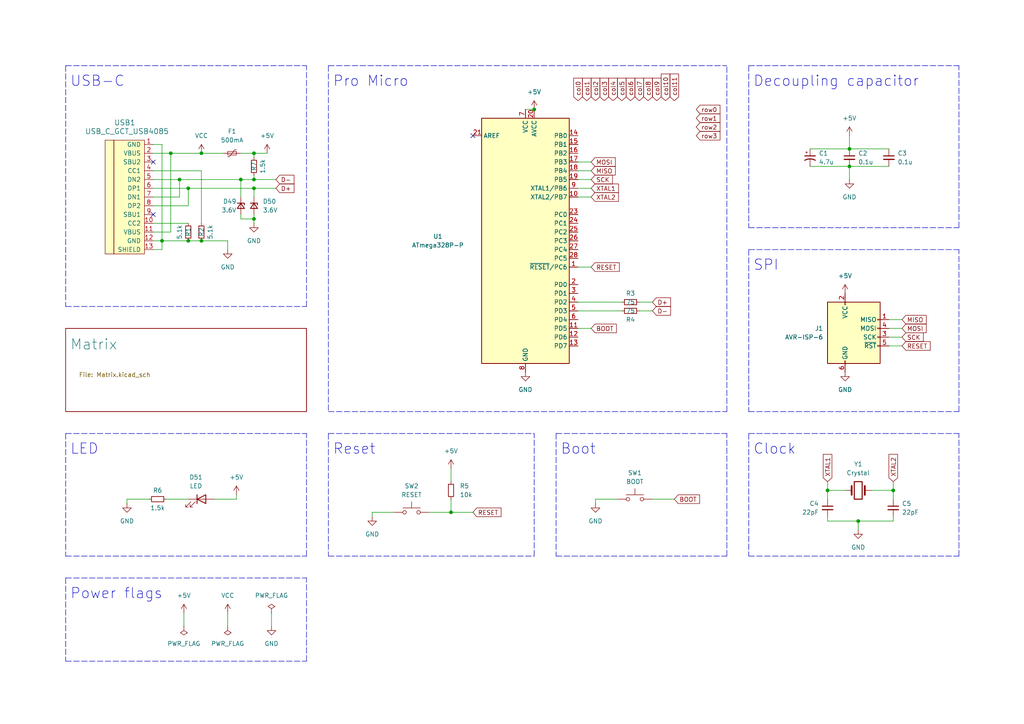
<source format=kicad_sch>
(kicad_sch (version 20211123) (generator eeschema)

  (uuid e63e39d7-6ac0-4ffd-8aa3-1841a4541b55)

  (paper "A4")

  (title_block
    (title "EK_Van")
    (date "2022-11-18")
    (rev "0")
    (company "ElsassKabel")
  )

  (lib_symbols
    (symbol "Connector:AVR-ISP-6" (pin_names (offset 1.016)) (in_bom yes) (on_board yes)
      (property "Reference" "J" (id 0) (at -6.35 11.43 0)
        (effects (font (size 1.27 1.27)) (justify left))
      )
      (property "Value" "AVR-ISP-6" (id 1) (at 0 11.43 0)
        (effects (font (size 1.27 1.27)) (justify left))
      )
      (property "Footprint" "" (id 2) (at -6.35 1.27 90)
        (effects (font (size 1.27 1.27)) hide)
      )
      (property "Datasheet" " ~" (id 3) (at -32.385 -13.97 0)
        (effects (font (size 1.27 1.27)) hide)
      )
      (property "ki_keywords" "AVR ISP Connector" (id 4) (at 0 0 0)
        (effects (font (size 1.27 1.27)) hide)
      )
      (property "ki_description" "Atmel 6-pin ISP connector" (id 5) (at 0 0 0)
        (effects (font (size 1.27 1.27)) hide)
      )
      (property "ki_fp_filters" "IDC?Header*2x03* Pin?Header*2x03*" (id 6) (at 0 0 0)
        (effects (font (size 1.27 1.27)) hide)
      )
      (symbol "AVR-ISP-6_0_1"
        (rectangle (start -2.667 -6.858) (end -2.413 -7.62)
          (stroke (width 0) (type default) (color 0 0 0 0))
          (fill (type none))
        )
        (rectangle (start -2.667 10.16) (end -2.413 9.398)
          (stroke (width 0) (type default) (color 0 0 0 0))
          (fill (type none))
        )
        (rectangle (start 7.62 -2.413) (end 6.858 -2.667)
          (stroke (width 0) (type default) (color 0 0 0 0))
          (fill (type none))
        )
        (rectangle (start 7.62 0.127) (end 6.858 -0.127)
          (stroke (width 0) (type default) (color 0 0 0 0))
          (fill (type none))
        )
        (rectangle (start 7.62 2.667) (end 6.858 2.413)
          (stroke (width 0) (type default) (color 0 0 0 0))
          (fill (type none))
        )
        (rectangle (start 7.62 5.207) (end 6.858 4.953)
          (stroke (width 0) (type default) (color 0 0 0 0))
          (fill (type none))
        )
        (rectangle (start 7.62 10.16) (end -7.62 -7.62)
          (stroke (width 0.254) (type default) (color 0 0 0 0))
          (fill (type background))
        )
      )
      (symbol "AVR-ISP-6_1_1"
        (pin passive line (at 10.16 5.08 180) (length 2.54)
          (name "MISO" (effects (font (size 1.27 1.27))))
          (number "1" (effects (font (size 1.27 1.27))))
        )
        (pin passive line (at -2.54 12.7 270) (length 2.54)
          (name "VCC" (effects (font (size 1.27 1.27))))
          (number "2" (effects (font (size 1.27 1.27))))
        )
        (pin passive line (at 10.16 0 180) (length 2.54)
          (name "SCK" (effects (font (size 1.27 1.27))))
          (number "3" (effects (font (size 1.27 1.27))))
        )
        (pin passive line (at 10.16 2.54 180) (length 2.54)
          (name "MOSI" (effects (font (size 1.27 1.27))))
          (number "4" (effects (font (size 1.27 1.27))))
        )
        (pin passive line (at 10.16 -2.54 180) (length 2.54)
          (name "~{RST}" (effects (font (size 1.27 1.27))))
          (number "5" (effects (font (size 1.27 1.27))))
        )
        (pin passive line (at -2.54 -10.16 90) (length 2.54)
          (name "GND" (effects (font (size 1.27 1.27))))
          (number "6" (effects (font (size 1.27 1.27))))
        )
      )
    )
    (symbol "Device:C_Polarized_Small_US" (pin_numbers hide) (pin_names (offset 0.254) hide) (in_bom yes) (on_board yes)
      (property "Reference" "C" (id 0) (at 0.254 1.778 0)
        (effects (font (size 1.27 1.27)) (justify left))
      )
      (property "Value" "C_Polarized_Small_US" (id 1) (at 0.254 -2.032 0)
        (effects (font (size 1.27 1.27)) (justify left))
      )
      (property "Footprint" "" (id 2) (at 0 0 0)
        (effects (font (size 1.27 1.27)) hide)
      )
      (property "Datasheet" "~" (id 3) (at 0 0 0)
        (effects (font (size 1.27 1.27)) hide)
      )
      (property "ki_keywords" "cap capacitor" (id 4) (at 0 0 0)
        (effects (font (size 1.27 1.27)) hide)
      )
      (property "ki_description" "Polarized capacitor, small US symbol" (id 5) (at 0 0 0)
        (effects (font (size 1.27 1.27)) hide)
      )
      (property "ki_fp_filters" "CP_*" (id 6) (at 0 0 0)
        (effects (font (size 1.27 1.27)) hide)
      )
      (symbol "C_Polarized_Small_US_0_1"
        (polyline
          (pts
            (xy -1.524 0.508)
            (xy 1.524 0.508)
          )
          (stroke (width 0.3048) (type default) (color 0 0 0 0))
          (fill (type none))
        )
        (polyline
          (pts
            (xy -1.27 1.524)
            (xy -0.762 1.524)
          )
          (stroke (width 0) (type default) (color 0 0 0 0))
          (fill (type none))
        )
        (polyline
          (pts
            (xy -1.016 1.27)
            (xy -1.016 1.778)
          )
          (stroke (width 0) (type default) (color 0 0 0 0))
          (fill (type none))
        )
        (arc (start 1.524 -0.762) (mid 0 -0.3734) (end -1.524 -0.762)
          (stroke (width 0.3048) (type default) (color 0 0 0 0))
          (fill (type none))
        )
      )
      (symbol "C_Polarized_Small_US_1_1"
        (pin passive line (at 0 2.54 270) (length 2.032)
          (name "~" (effects (font (size 1.27 1.27))))
          (number "1" (effects (font (size 1.27 1.27))))
        )
        (pin passive line (at 0 -2.54 90) (length 2.032)
          (name "~" (effects (font (size 1.27 1.27))))
          (number "2" (effects (font (size 1.27 1.27))))
        )
      )
    )
    (symbol "Device:C_Small" (pin_numbers hide) (pin_names (offset 0.254) hide) (in_bom yes) (on_board yes)
      (property "Reference" "C" (id 0) (at 0.254 1.778 0)
        (effects (font (size 1.27 1.27)) (justify left))
      )
      (property "Value" "C_Small" (id 1) (at 0.254 -2.032 0)
        (effects (font (size 1.27 1.27)) (justify left))
      )
      (property "Footprint" "" (id 2) (at 0 0 0)
        (effects (font (size 1.27 1.27)) hide)
      )
      (property "Datasheet" "~" (id 3) (at 0 0 0)
        (effects (font (size 1.27 1.27)) hide)
      )
      (property "ki_keywords" "capacitor cap" (id 4) (at 0 0 0)
        (effects (font (size 1.27 1.27)) hide)
      )
      (property "ki_description" "Unpolarized capacitor, small symbol" (id 5) (at 0 0 0)
        (effects (font (size 1.27 1.27)) hide)
      )
      (property "ki_fp_filters" "C_*" (id 6) (at 0 0 0)
        (effects (font (size 1.27 1.27)) hide)
      )
      (symbol "C_Small_0_1"
        (polyline
          (pts
            (xy -1.524 -0.508)
            (xy 1.524 -0.508)
          )
          (stroke (width 0.3302) (type default) (color 0 0 0 0))
          (fill (type none))
        )
        (polyline
          (pts
            (xy -1.524 0.508)
            (xy 1.524 0.508)
          )
          (stroke (width 0.3048) (type default) (color 0 0 0 0))
          (fill (type none))
        )
      )
      (symbol "C_Small_1_1"
        (pin passive line (at 0 2.54 270) (length 2.032)
          (name "~" (effects (font (size 1.27 1.27))))
          (number "1" (effects (font (size 1.27 1.27))))
        )
        (pin passive line (at 0 -2.54 90) (length 2.032)
          (name "~" (effects (font (size 1.27 1.27))))
          (number "2" (effects (font (size 1.27 1.27))))
        )
      )
    )
    (symbol "Device:Crystal" (pin_numbers hide) (pin_names (offset 1.016) hide) (in_bom yes) (on_board yes)
      (property "Reference" "Y" (id 0) (at 0 3.81 0)
        (effects (font (size 1.27 1.27)))
      )
      (property "Value" "Crystal" (id 1) (at 0 -3.81 0)
        (effects (font (size 1.27 1.27)))
      )
      (property "Footprint" "" (id 2) (at 0 0 0)
        (effects (font (size 1.27 1.27)) hide)
      )
      (property "Datasheet" "~" (id 3) (at 0 0 0)
        (effects (font (size 1.27 1.27)) hide)
      )
      (property "ki_keywords" "quartz ceramic resonator oscillator" (id 4) (at 0 0 0)
        (effects (font (size 1.27 1.27)) hide)
      )
      (property "ki_description" "Two pin crystal" (id 5) (at 0 0 0)
        (effects (font (size 1.27 1.27)) hide)
      )
      (property "ki_fp_filters" "Crystal*" (id 6) (at 0 0 0)
        (effects (font (size 1.27 1.27)) hide)
      )
      (symbol "Crystal_0_1"
        (rectangle (start -1.143 2.54) (end 1.143 -2.54)
          (stroke (width 0.3048) (type default) (color 0 0 0 0))
          (fill (type none))
        )
        (polyline
          (pts
            (xy -2.54 0)
            (xy -1.905 0)
          )
          (stroke (width 0) (type default) (color 0 0 0 0))
          (fill (type none))
        )
        (polyline
          (pts
            (xy -1.905 -1.27)
            (xy -1.905 1.27)
          )
          (stroke (width 0.508) (type default) (color 0 0 0 0))
          (fill (type none))
        )
        (polyline
          (pts
            (xy 1.905 -1.27)
            (xy 1.905 1.27)
          )
          (stroke (width 0.508) (type default) (color 0 0 0 0))
          (fill (type none))
        )
        (polyline
          (pts
            (xy 2.54 0)
            (xy 1.905 0)
          )
          (stroke (width 0) (type default) (color 0 0 0 0))
          (fill (type none))
        )
      )
      (symbol "Crystal_1_1"
        (pin passive line (at -3.81 0 0) (length 1.27)
          (name "1" (effects (font (size 1.27 1.27))))
          (number "1" (effects (font (size 1.27 1.27))))
        )
        (pin passive line (at 3.81 0 180) (length 1.27)
          (name "2" (effects (font (size 1.27 1.27))))
          (number "2" (effects (font (size 1.27 1.27))))
        )
      )
    )
    (symbol "Device:D_Zener_Small" (pin_numbers hide) (pin_names (offset 0.254) hide) (in_bom yes) (on_board yes)
      (property "Reference" "D" (id 0) (at 0 2.286 0)
        (effects (font (size 1.27 1.27)))
      )
      (property "Value" "D_Zener_Small" (id 1) (at 0 -2.286 0)
        (effects (font (size 1.27 1.27)))
      )
      (property "Footprint" "" (id 2) (at 0 0 90)
        (effects (font (size 1.27 1.27)) hide)
      )
      (property "Datasheet" "~" (id 3) (at 0 0 90)
        (effects (font (size 1.27 1.27)) hide)
      )
      (property "ki_keywords" "diode" (id 4) (at 0 0 0)
        (effects (font (size 1.27 1.27)) hide)
      )
      (property "ki_description" "Zener diode, small symbol" (id 5) (at 0 0 0)
        (effects (font (size 1.27 1.27)) hide)
      )
      (property "ki_fp_filters" "TO-???* *_Diode_* *SingleDiode* D_*" (id 6) (at 0 0 0)
        (effects (font (size 1.27 1.27)) hide)
      )
      (symbol "D_Zener_Small_0_1"
        (polyline
          (pts
            (xy 0.762 0)
            (xy -0.762 0)
          )
          (stroke (width 0) (type default) (color 0 0 0 0))
          (fill (type none))
        )
        (polyline
          (pts
            (xy -0.254 1.016)
            (xy -0.762 1.016)
            (xy -0.762 -1.016)
          )
          (stroke (width 0.254) (type default) (color 0 0 0 0))
          (fill (type none))
        )
        (polyline
          (pts
            (xy 0.762 1.016)
            (xy -0.762 0)
            (xy 0.762 -1.016)
            (xy 0.762 1.016)
          )
          (stroke (width 0.254) (type default) (color 0 0 0 0))
          (fill (type none))
        )
      )
      (symbol "D_Zener_Small_1_1"
        (pin passive line (at -2.54 0 0) (length 1.778)
          (name "K" (effects (font (size 1.27 1.27))))
          (number "1" (effects (font (size 1.27 1.27))))
        )
        (pin passive line (at 2.54 0 180) (length 1.778)
          (name "A" (effects (font (size 1.27 1.27))))
          (number "2" (effects (font (size 1.27 1.27))))
        )
      )
    )
    (symbol "Device:LED" (pin_numbers hide) (pin_names (offset 1.016) hide) (in_bom yes) (on_board yes)
      (property "Reference" "D" (id 0) (at 0 2.54 0)
        (effects (font (size 1.27 1.27)))
      )
      (property "Value" "LED" (id 1) (at 0 -2.54 0)
        (effects (font (size 1.27 1.27)))
      )
      (property "Footprint" "" (id 2) (at 0 0 0)
        (effects (font (size 1.27 1.27)) hide)
      )
      (property "Datasheet" "~" (id 3) (at 0 0 0)
        (effects (font (size 1.27 1.27)) hide)
      )
      (property "ki_keywords" "LED diode" (id 4) (at 0 0 0)
        (effects (font (size 1.27 1.27)) hide)
      )
      (property "ki_description" "Light emitting diode" (id 5) (at 0 0 0)
        (effects (font (size 1.27 1.27)) hide)
      )
      (property "ki_fp_filters" "LED* LED_SMD:* LED_THT:*" (id 6) (at 0 0 0)
        (effects (font (size 1.27 1.27)) hide)
      )
      (symbol "LED_0_1"
        (polyline
          (pts
            (xy -1.27 -1.27)
            (xy -1.27 1.27)
          )
          (stroke (width 0.254) (type default) (color 0 0 0 0))
          (fill (type none))
        )
        (polyline
          (pts
            (xy -1.27 0)
            (xy 1.27 0)
          )
          (stroke (width 0) (type default) (color 0 0 0 0))
          (fill (type none))
        )
        (polyline
          (pts
            (xy 1.27 -1.27)
            (xy 1.27 1.27)
            (xy -1.27 0)
            (xy 1.27 -1.27)
          )
          (stroke (width 0.254) (type default) (color 0 0 0 0))
          (fill (type none))
        )
        (polyline
          (pts
            (xy -3.048 -0.762)
            (xy -4.572 -2.286)
            (xy -3.81 -2.286)
            (xy -4.572 -2.286)
            (xy -4.572 -1.524)
          )
          (stroke (width 0) (type default) (color 0 0 0 0))
          (fill (type none))
        )
        (polyline
          (pts
            (xy -1.778 -0.762)
            (xy -3.302 -2.286)
            (xy -2.54 -2.286)
            (xy -3.302 -2.286)
            (xy -3.302 -1.524)
          )
          (stroke (width 0) (type default) (color 0 0 0 0))
          (fill (type none))
        )
      )
      (symbol "LED_1_1"
        (pin passive line (at -3.81 0 0) (length 2.54)
          (name "K" (effects (font (size 1.27 1.27))))
          (number "1" (effects (font (size 1.27 1.27))))
        )
        (pin passive line (at 3.81 0 180) (length 2.54)
          (name "A" (effects (font (size 1.27 1.27))))
          (number "2" (effects (font (size 1.27 1.27))))
        )
      )
    )
    (symbol "Device:Polyfuse_Small" (pin_numbers hide) (pin_names (offset 0)) (in_bom yes) (on_board yes)
      (property "Reference" "F" (id 0) (at -1.905 0 90)
        (effects (font (size 1.27 1.27)))
      )
      (property "Value" "Polyfuse_Small" (id 1) (at 1.905 0 90)
        (effects (font (size 1.27 1.27)))
      )
      (property "Footprint" "" (id 2) (at 1.27 -5.08 0)
        (effects (font (size 1.27 1.27)) (justify left) hide)
      )
      (property "Datasheet" "~" (id 3) (at 0 0 0)
        (effects (font (size 1.27 1.27)) hide)
      )
      (property "ki_keywords" "resettable fuse PTC PPTC polyfuse polyswitch" (id 4) (at 0 0 0)
        (effects (font (size 1.27 1.27)) hide)
      )
      (property "ki_description" "Resettable fuse, polymeric positive temperature coefficient, small symbol" (id 5) (at 0 0 0)
        (effects (font (size 1.27 1.27)) hide)
      )
      (property "ki_fp_filters" "*polyfuse* *PTC*" (id 6) (at 0 0 0)
        (effects (font (size 1.27 1.27)) hide)
      )
      (symbol "Polyfuse_Small_0_1"
        (rectangle (start -0.508 1.27) (end 0.508 -1.27)
          (stroke (width 0) (type default) (color 0 0 0 0))
          (fill (type none))
        )
        (polyline
          (pts
            (xy 0 2.54)
            (xy 0 -2.54)
          )
          (stroke (width 0) (type default) (color 0 0 0 0))
          (fill (type none))
        )
        (polyline
          (pts
            (xy -1.016 1.27)
            (xy -1.016 0.762)
            (xy 1.016 -0.762)
            (xy 1.016 -1.27)
          )
          (stroke (width 0) (type default) (color 0 0 0 0))
          (fill (type none))
        )
      )
      (symbol "Polyfuse_Small_1_1"
        (pin passive line (at 0 2.54 270) (length 0.635)
          (name "~" (effects (font (size 1.27 1.27))))
          (number "1" (effects (font (size 1.27 1.27))))
        )
        (pin passive line (at 0 -2.54 90) (length 0.635)
          (name "~" (effects (font (size 1.27 1.27))))
          (number "2" (effects (font (size 1.27 1.27))))
        )
      )
    )
    (symbol "Device:R_Small" (pin_numbers hide) (pin_names (offset 0.254) hide) (in_bom yes) (on_board yes)
      (property "Reference" "R" (id 0) (at 0.762 0.508 0)
        (effects (font (size 1.27 1.27)) (justify left))
      )
      (property "Value" "R_Small" (id 1) (at 0.762 -1.016 0)
        (effects (font (size 1.27 1.27)) (justify left))
      )
      (property "Footprint" "" (id 2) (at 0 0 0)
        (effects (font (size 1.27 1.27)) hide)
      )
      (property "Datasheet" "~" (id 3) (at 0 0 0)
        (effects (font (size 1.27 1.27)) hide)
      )
      (property "ki_keywords" "R resistor" (id 4) (at 0 0 0)
        (effects (font (size 1.27 1.27)) hide)
      )
      (property "ki_description" "Resistor, small symbol" (id 5) (at 0 0 0)
        (effects (font (size 1.27 1.27)) hide)
      )
      (property "ki_fp_filters" "R_*" (id 6) (at 0 0 0)
        (effects (font (size 1.27 1.27)) hide)
      )
      (symbol "R_Small_0_1"
        (rectangle (start -0.762 1.778) (end 0.762 -1.778)
          (stroke (width 0.2032) (type default) (color 0 0 0 0))
          (fill (type none))
        )
      )
      (symbol "R_Small_1_1"
        (pin passive line (at 0 2.54 270) (length 0.762)
          (name "~" (effects (font (size 1.27 1.27))))
          (number "1" (effects (font (size 1.27 1.27))))
        )
        (pin passive line (at 0 -2.54 90) (length 0.762)
          (name "~" (effects (font (size 1.27 1.27))))
          (number "2" (effects (font (size 1.27 1.27))))
        )
      )
    )
    (symbol "MCU_Microchip_ATmega:ATmega328P-P" (in_bom yes) (on_board yes)
      (property "Reference" "U" (id 0) (at -12.7 36.83 0)
        (effects (font (size 1.27 1.27)) (justify left bottom))
      )
      (property "Value" "ATmega328P-P" (id 1) (at 2.54 -36.83 0)
        (effects (font (size 1.27 1.27)) (justify left top))
      )
      (property "Footprint" "Package_DIP:DIP-28_W7.62mm" (id 2) (at 0 0 0)
        (effects (font (size 1.27 1.27) italic) hide)
      )
      (property "Datasheet" "http://ww1.microchip.com/downloads/en/DeviceDoc/ATmega328_P%20AVR%20MCU%20with%20picoPower%20Technology%20Data%20Sheet%2040001984A.pdf" (id 3) (at 0 0 0)
        (effects (font (size 1.27 1.27)) hide)
      )
      (property "ki_keywords" "AVR 8bit Microcontroller MegaAVR PicoPower" (id 4) (at 0 0 0)
        (effects (font (size 1.27 1.27)) hide)
      )
      (property "ki_description" "20MHz, 32kB Flash, 2kB SRAM, 1kB EEPROM, DIP-28" (id 5) (at 0 0 0)
        (effects (font (size 1.27 1.27)) hide)
      )
      (property "ki_fp_filters" "DIP*W7.62mm*" (id 6) (at 0 0 0)
        (effects (font (size 1.27 1.27)) hide)
      )
      (symbol "ATmega328P-P_0_1"
        (rectangle (start -12.7 -35.56) (end 12.7 35.56)
          (stroke (width 0.254) (type default) (color 0 0 0 0))
          (fill (type background))
        )
      )
      (symbol "ATmega328P-P_1_1"
        (pin bidirectional line (at 15.24 -7.62 180) (length 2.54)
          (name "~{RESET}/PC6" (effects (font (size 1.27 1.27))))
          (number "1" (effects (font (size 1.27 1.27))))
        )
        (pin bidirectional line (at 15.24 12.7 180) (length 2.54)
          (name "XTAL2/PB7" (effects (font (size 1.27 1.27))))
          (number "10" (effects (font (size 1.27 1.27))))
        )
        (pin bidirectional line (at 15.24 -25.4 180) (length 2.54)
          (name "PD5" (effects (font (size 1.27 1.27))))
          (number "11" (effects (font (size 1.27 1.27))))
        )
        (pin bidirectional line (at 15.24 -27.94 180) (length 2.54)
          (name "PD6" (effects (font (size 1.27 1.27))))
          (number "12" (effects (font (size 1.27 1.27))))
        )
        (pin bidirectional line (at 15.24 -30.48 180) (length 2.54)
          (name "PD7" (effects (font (size 1.27 1.27))))
          (number "13" (effects (font (size 1.27 1.27))))
        )
        (pin bidirectional line (at 15.24 30.48 180) (length 2.54)
          (name "PB0" (effects (font (size 1.27 1.27))))
          (number "14" (effects (font (size 1.27 1.27))))
        )
        (pin bidirectional line (at 15.24 27.94 180) (length 2.54)
          (name "PB1" (effects (font (size 1.27 1.27))))
          (number "15" (effects (font (size 1.27 1.27))))
        )
        (pin bidirectional line (at 15.24 25.4 180) (length 2.54)
          (name "PB2" (effects (font (size 1.27 1.27))))
          (number "16" (effects (font (size 1.27 1.27))))
        )
        (pin bidirectional line (at 15.24 22.86 180) (length 2.54)
          (name "PB3" (effects (font (size 1.27 1.27))))
          (number "17" (effects (font (size 1.27 1.27))))
        )
        (pin bidirectional line (at 15.24 20.32 180) (length 2.54)
          (name "PB4" (effects (font (size 1.27 1.27))))
          (number "18" (effects (font (size 1.27 1.27))))
        )
        (pin bidirectional line (at 15.24 17.78 180) (length 2.54)
          (name "PB5" (effects (font (size 1.27 1.27))))
          (number "19" (effects (font (size 1.27 1.27))))
        )
        (pin bidirectional line (at 15.24 -12.7 180) (length 2.54)
          (name "PD0" (effects (font (size 1.27 1.27))))
          (number "2" (effects (font (size 1.27 1.27))))
        )
        (pin power_in line (at 2.54 38.1 270) (length 2.54)
          (name "AVCC" (effects (font (size 1.27 1.27))))
          (number "20" (effects (font (size 1.27 1.27))))
        )
        (pin passive line (at -15.24 30.48 0) (length 2.54)
          (name "AREF" (effects (font (size 1.27 1.27))))
          (number "21" (effects (font (size 1.27 1.27))))
        )
        (pin passive line (at 0 -38.1 90) (length 2.54) hide
          (name "GND" (effects (font (size 1.27 1.27))))
          (number "22" (effects (font (size 1.27 1.27))))
        )
        (pin bidirectional line (at 15.24 7.62 180) (length 2.54)
          (name "PC0" (effects (font (size 1.27 1.27))))
          (number "23" (effects (font (size 1.27 1.27))))
        )
        (pin bidirectional line (at 15.24 5.08 180) (length 2.54)
          (name "PC1" (effects (font (size 1.27 1.27))))
          (number "24" (effects (font (size 1.27 1.27))))
        )
        (pin bidirectional line (at 15.24 2.54 180) (length 2.54)
          (name "PC2" (effects (font (size 1.27 1.27))))
          (number "25" (effects (font (size 1.27 1.27))))
        )
        (pin bidirectional line (at 15.24 0 180) (length 2.54)
          (name "PC3" (effects (font (size 1.27 1.27))))
          (number "26" (effects (font (size 1.27 1.27))))
        )
        (pin bidirectional line (at 15.24 -2.54 180) (length 2.54)
          (name "PC4" (effects (font (size 1.27 1.27))))
          (number "27" (effects (font (size 1.27 1.27))))
        )
        (pin bidirectional line (at 15.24 -5.08 180) (length 2.54)
          (name "PC5" (effects (font (size 1.27 1.27))))
          (number "28" (effects (font (size 1.27 1.27))))
        )
        (pin bidirectional line (at 15.24 -15.24 180) (length 2.54)
          (name "PD1" (effects (font (size 1.27 1.27))))
          (number "3" (effects (font (size 1.27 1.27))))
        )
        (pin bidirectional line (at 15.24 -17.78 180) (length 2.54)
          (name "PD2" (effects (font (size 1.27 1.27))))
          (number "4" (effects (font (size 1.27 1.27))))
        )
        (pin bidirectional line (at 15.24 -20.32 180) (length 2.54)
          (name "PD3" (effects (font (size 1.27 1.27))))
          (number "5" (effects (font (size 1.27 1.27))))
        )
        (pin bidirectional line (at 15.24 -22.86 180) (length 2.54)
          (name "PD4" (effects (font (size 1.27 1.27))))
          (number "6" (effects (font (size 1.27 1.27))))
        )
        (pin power_in line (at 0 38.1 270) (length 2.54)
          (name "VCC" (effects (font (size 1.27 1.27))))
          (number "7" (effects (font (size 1.27 1.27))))
        )
        (pin power_in line (at 0 -38.1 90) (length 2.54)
          (name "GND" (effects (font (size 1.27 1.27))))
          (number "8" (effects (font (size 1.27 1.27))))
        )
        (pin bidirectional line (at 15.24 15.24 180) (length 2.54)
          (name "XTAL1/PB6" (effects (font (size 1.27 1.27))))
          (number "9" (effects (font (size 1.27 1.27))))
        )
      )
    )
    (symbol "Switch:SW_Push" (pin_numbers hide) (pin_names (offset 1.016) hide) (in_bom yes) (on_board yes)
      (property "Reference" "SW" (id 0) (at 1.27 2.54 0)
        (effects (font (size 1.27 1.27)) (justify left))
      )
      (property "Value" "SW_Push" (id 1) (at 0 -1.524 0)
        (effects (font (size 1.27 1.27)))
      )
      (property "Footprint" "" (id 2) (at 0 5.08 0)
        (effects (font (size 1.27 1.27)) hide)
      )
      (property "Datasheet" "~" (id 3) (at 0 5.08 0)
        (effects (font (size 1.27 1.27)) hide)
      )
      (property "ki_keywords" "switch normally-open pushbutton push-button" (id 4) (at 0 0 0)
        (effects (font (size 1.27 1.27)) hide)
      )
      (property "ki_description" "Push button switch, generic, two pins" (id 5) (at 0 0 0)
        (effects (font (size 1.27 1.27)) hide)
      )
      (symbol "SW_Push_0_1"
        (circle (center -2.032 0) (radius 0.508)
          (stroke (width 0) (type default) (color 0 0 0 0))
          (fill (type none))
        )
        (polyline
          (pts
            (xy 0 1.27)
            (xy 0 3.048)
          )
          (stroke (width 0) (type default) (color 0 0 0 0))
          (fill (type none))
        )
        (polyline
          (pts
            (xy 2.54 1.27)
            (xy -2.54 1.27)
          )
          (stroke (width 0) (type default) (color 0 0 0 0))
          (fill (type none))
        )
        (circle (center 2.032 0) (radius 0.508)
          (stroke (width 0) (type default) (color 0 0 0 0))
          (fill (type none))
        )
        (pin passive line (at -5.08 0 0) (length 2.54)
          (name "1" (effects (font (size 1.27 1.27))))
          (number "1" (effects (font (size 1.27 1.27))))
        )
        (pin passive line (at 5.08 0 180) (length 2.54)
          (name "2" (effects (font (size 1.27 1.27))))
          (number "2" (effects (font (size 1.27 1.27))))
        )
      )
    )
    (symbol "Type-C:HRO-TYPE-C-31-M-12" (pin_names (offset 1.016)) (in_bom yes) (on_board yes)
      (property "Reference" "USB" (id 0) (at -5.08 16.51 0)
        (effects (font (size 1.524 1.524)))
      )
      (property "Value" "HRO-TYPE-C-31-M-12" (id 1) (at -10.16 -1.27 90)
        (effects (font (size 1.524 1.524)))
      )
      (property "Footprint" "" (id 2) (at 0 0 0)
        (effects (font (size 1.524 1.524)) hide)
      )
      (property "Datasheet" "" (id 3) (at 0 0 0)
        (effects (font (size 1.524 1.524)) hide)
      )
      (symbol "HRO-TYPE-C-31-M-12_0_1"
        (rectangle (start -11.43 15.24) (end -8.89 -17.78)
          (stroke (width 0) (type default) (color 0 0 0 0))
          (fill (type background))
        )
        (rectangle (start 0 -17.78) (end -8.89 15.24)
          (stroke (width 0) (type default) (color 0 0 0 0))
          (fill (type background))
        )
      )
      (symbol "HRO-TYPE-C-31-M-12_1_1"
        (pin input line (at 2.54 13.97 180) (length 2.54)
          (name "GND" (effects (font (size 1.27 1.27))))
          (number "1" (effects (font (size 1.27 1.27))))
        )
        (pin input line (at 2.54 -8.89 180) (length 2.54)
          (name "CC2" (effects (font (size 1.27 1.27))))
          (number "10" (effects (font (size 1.27 1.27))))
        )
        (pin input line (at 2.54 -11.43 180) (length 2.54)
          (name "VBUS" (effects (font (size 1.27 1.27))))
          (number "11" (effects (font (size 1.27 1.27))))
        )
        (pin input line (at 2.54 -13.97 180) (length 2.54)
          (name "GND" (effects (font (size 1.27 1.27))))
          (number "12" (effects (font (size 1.27 1.27))))
        )
        (pin input line (at 2.54 -16.51 180) (length 2.54)
          (name "SHIELD" (effects (font (size 1.27 1.27))))
          (number "13" (effects (font (size 1.27 1.27))))
        )
        (pin input line (at 2.54 11.43 180) (length 2.54)
          (name "VBUS" (effects (font (size 1.27 1.27))))
          (number "2" (effects (font (size 1.27 1.27))))
        )
        (pin input line (at 2.54 8.89 180) (length 2.54)
          (name "SBU2" (effects (font (size 1.27 1.27))))
          (number "3" (effects (font (size 1.27 1.27))))
        )
        (pin input line (at 2.54 6.35 180) (length 2.54)
          (name "CC1" (effects (font (size 1.27 1.27))))
          (number "4" (effects (font (size 1.27 1.27))))
        )
        (pin input line (at 2.54 3.81 180) (length 2.54)
          (name "DN2" (effects (font (size 1.27 1.27))))
          (number "5" (effects (font (size 1.27 1.27))))
        )
        (pin input line (at 2.54 1.27 180) (length 2.54)
          (name "DP1" (effects (font (size 1.27 1.27))))
          (number "6" (effects (font (size 1.27 1.27))))
        )
        (pin input line (at 2.54 -1.27 180) (length 2.54)
          (name "DN1" (effects (font (size 1.27 1.27))))
          (number "7" (effects (font (size 1.27 1.27))))
        )
        (pin input line (at 2.54 -3.81 180) (length 2.54)
          (name "DP2" (effects (font (size 1.27 1.27))))
          (number "8" (effects (font (size 1.27 1.27))))
        )
        (pin input line (at 2.54 -6.35 180) (length 2.54)
          (name "SBU1" (effects (font (size 1.27 1.27))))
          (number "9" (effects (font (size 1.27 1.27))))
        )
      )
    )
    (symbol "power:+5V" (power) (pin_names (offset 0)) (in_bom yes) (on_board yes)
      (property "Reference" "#PWR" (id 0) (at 0 -3.81 0)
        (effects (font (size 1.27 1.27)) hide)
      )
      (property "Value" "+5V" (id 1) (at 0 3.556 0)
        (effects (font (size 1.27 1.27)))
      )
      (property "Footprint" "" (id 2) (at 0 0 0)
        (effects (font (size 1.27 1.27)) hide)
      )
      (property "Datasheet" "" (id 3) (at 0 0 0)
        (effects (font (size 1.27 1.27)) hide)
      )
      (property "ki_keywords" "power-flag" (id 4) (at 0 0 0)
        (effects (font (size 1.27 1.27)) hide)
      )
      (property "ki_description" "Power symbol creates a global label with name \"+5V\"" (id 5) (at 0 0 0)
        (effects (font (size 1.27 1.27)) hide)
      )
      (symbol "+5V_0_1"
        (polyline
          (pts
            (xy -0.762 1.27)
            (xy 0 2.54)
          )
          (stroke (width 0) (type default) (color 0 0 0 0))
          (fill (type none))
        )
        (polyline
          (pts
            (xy 0 0)
            (xy 0 2.54)
          )
          (stroke (width 0) (type default) (color 0 0 0 0))
          (fill (type none))
        )
        (polyline
          (pts
            (xy 0 2.54)
            (xy 0.762 1.27)
          )
          (stroke (width 0) (type default) (color 0 0 0 0))
          (fill (type none))
        )
      )
      (symbol "+5V_1_1"
        (pin power_in line (at 0 0 90) (length 0) hide
          (name "+5V" (effects (font (size 1.27 1.27))))
          (number "1" (effects (font (size 1.27 1.27))))
        )
      )
    )
    (symbol "power:GND" (power) (pin_names (offset 0)) (in_bom yes) (on_board yes)
      (property "Reference" "#PWR" (id 0) (at 0 -6.35 0)
        (effects (font (size 1.27 1.27)) hide)
      )
      (property "Value" "GND" (id 1) (at 0 -3.81 0)
        (effects (font (size 1.27 1.27)))
      )
      (property "Footprint" "" (id 2) (at 0 0 0)
        (effects (font (size 1.27 1.27)) hide)
      )
      (property "Datasheet" "" (id 3) (at 0 0 0)
        (effects (font (size 1.27 1.27)) hide)
      )
      (property "ki_keywords" "power-flag" (id 4) (at 0 0 0)
        (effects (font (size 1.27 1.27)) hide)
      )
      (property "ki_description" "Power symbol creates a global label with name \"GND\" , ground" (id 5) (at 0 0 0)
        (effects (font (size 1.27 1.27)) hide)
      )
      (symbol "GND_0_1"
        (polyline
          (pts
            (xy 0 0)
            (xy 0 -1.27)
            (xy 1.27 -1.27)
            (xy 0 -2.54)
            (xy -1.27 -1.27)
            (xy 0 -1.27)
          )
          (stroke (width 0) (type default) (color 0 0 0 0))
          (fill (type none))
        )
      )
      (symbol "GND_1_1"
        (pin power_in line (at 0 0 270) (length 0) hide
          (name "GND" (effects (font (size 1.27 1.27))))
          (number "1" (effects (font (size 1.27 1.27))))
        )
      )
    )
    (symbol "power:PWR_FLAG" (power) (pin_numbers hide) (pin_names (offset 0) hide) (in_bom yes) (on_board yes)
      (property "Reference" "#FLG" (id 0) (at 0 1.905 0)
        (effects (font (size 1.27 1.27)) hide)
      )
      (property "Value" "PWR_FLAG" (id 1) (at 0 3.81 0)
        (effects (font (size 1.27 1.27)))
      )
      (property "Footprint" "" (id 2) (at 0 0 0)
        (effects (font (size 1.27 1.27)) hide)
      )
      (property "Datasheet" "~" (id 3) (at 0 0 0)
        (effects (font (size 1.27 1.27)) hide)
      )
      (property "ki_keywords" "power-flag" (id 4) (at 0 0 0)
        (effects (font (size 1.27 1.27)) hide)
      )
      (property "ki_description" "Special symbol for telling ERC where power comes from" (id 5) (at 0 0 0)
        (effects (font (size 1.27 1.27)) hide)
      )
      (symbol "PWR_FLAG_0_0"
        (pin power_out line (at 0 0 90) (length 0)
          (name "pwr" (effects (font (size 1.27 1.27))))
          (number "1" (effects (font (size 1.27 1.27))))
        )
      )
      (symbol "PWR_FLAG_0_1"
        (polyline
          (pts
            (xy 0 0)
            (xy 0 1.27)
            (xy -1.016 1.905)
            (xy 0 2.54)
            (xy 1.016 1.905)
            (xy 0 1.27)
          )
          (stroke (width 0) (type default) (color 0 0 0 0))
          (fill (type none))
        )
      )
    )
    (symbol "power:VCC" (power) (pin_names (offset 0)) (in_bom yes) (on_board yes)
      (property "Reference" "#PWR" (id 0) (at 0 -3.81 0)
        (effects (font (size 1.27 1.27)) hide)
      )
      (property "Value" "VCC" (id 1) (at 0 3.81 0)
        (effects (font (size 1.27 1.27)))
      )
      (property "Footprint" "" (id 2) (at 0 0 0)
        (effects (font (size 1.27 1.27)) hide)
      )
      (property "Datasheet" "" (id 3) (at 0 0 0)
        (effects (font (size 1.27 1.27)) hide)
      )
      (property "ki_keywords" "power-flag" (id 4) (at 0 0 0)
        (effects (font (size 1.27 1.27)) hide)
      )
      (property "ki_description" "Power symbol creates a global label with name \"VCC\"" (id 5) (at 0 0 0)
        (effects (font (size 1.27 1.27)) hide)
      )
      (symbol "VCC_0_1"
        (polyline
          (pts
            (xy -0.762 1.27)
            (xy 0 2.54)
          )
          (stroke (width 0) (type default) (color 0 0 0 0))
          (fill (type none))
        )
        (polyline
          (pts
            (xy 0 0)
            (xy 0 2.54)
          )
          (stroke (width 0) (type default) (color 0 0 0 0))
          (fill (type none))
        )
        (polyline
          (pts
            (xy 0 2.54)
            (xy 0.762 1.27)
          )
          (stroke (width 0) (type default) (color 0 0 0 0))
          (fill (type none))
        )
      )
      (symbol "VCC_1_1"
        (pin power_in line (at 0 0 90) (length 0) hide
          (name "VCC" (effects (font (size 1.27 1.27))))
          (number "1" (effects (font (size 1.27 1.27))))
        )
      )
    )
  )


  (junction (at 46.99 69.85) (diameter 0) (color 0 0 0 0)
    (uuid 0bb5b1d5-63d3-4149-b2b0-f4af93b2cabd)
  )
  (junction (at 54.61 54.61) (diameter 0) (color 0 0 0 0)
    (uuid 13fcadb8-ca79-4785-b8b5-8e084b5d4ba2)
  )
  (junction (at 58.42 69.85) (diameter 0) (color 0 0 0 0)
    (uuid 29b63b48-ba3a-4ba6-8ac2-0ec270508fa3)
  )
  (junction (at 246.38 48.26) (diameter 0) (color 0 0 0 0)
    (uuid 2ebbfb25-8a69-4a9e-bce2-5f3815056939)
  )
  (junction (at 154.94 31.75) (diameter 0) (color 0 0 0 0)
    (uuid 2fcb3791-87c6-4de1-91d0-3ab05219d4b0)
  )
  (junction (at 259.08 142.24) (diameter 0) (color 0 0 0 0)
    (uuid 36eb2d21-f506-4649-bca8-6e008cd69783)
  )
  (junction (at 73.66 63.5) (diameter 0) (color 0 0 0 0)
    (uuid 3e0efdbc-ce52-4bcc-9923-5030dceed23f)
  )
  (junction (at 73.66 44.45) (diameter 0) (color 0 0 0 0)
    (uuid 575da736-0e2c-4305-a7e5-8fcb2813eff5)
  )
  (junction (at 52.07 52.07) (diameter 0) (color 0 0 0 0)
    (uuid 6be583ed-8777-45bd-b760-b531cafb748b)
  )
  (junction (at 58.42 44.45) (diameter 0) (color 0 0 0 0)
    (uuid 6e58a250-e93b-4820-9adb-b3d48e4e98bb)
  )
  (junction (at 54.61 69.85) (diameter 0) (color 0 0 0 0)
    (uuid 740dfc48-6abb-49d2-b675-65cdd3a75fb2)
  )
  (junction (at 246.38 43.18) (diameter 0) (color 0 0 0 0)
    (uuid 7b1b7fed-2eef-4533-875f-84c56a5db38d)
  )
  (junction (at 248.92 151.13) (diameter 0) (color 0 0 0 0)
    (uuid a550b86e-0320-42d4-9436-66856c4eb340)
  )
  (junction (at 73.66 52.07) (diameter 0) (color 0 0 0 0)
    (uuid a776180c-6f8f-47ed-adcf-09fd4ec70332)
  )
  (junction (at 73.66 54.61) (diameter 0) (color 0 0 0 0)
    (uuid c9b070ac-13b1-4fb5-bf9f-27c5abd05740)
  )
  (junction (at 69.85 52.07) (diameter 0) (color 0 0 0 0)
    (uuid ec743001-1171-4e0f-a056-595d2d0b0bdf)
  )
  (junction (at 49.53 44.45) (diameter 0) (color 0 0 0 0)
    (uuid f133161b-dbc3-49a3-bb60-35613d0a046c)
  )
  (junction (at 130.81 148.59) (diameter 0) (color 0 0 0 0)
    (uuid f64c64ea-e328-4b57-9f6d-24fd9ec8f2da)
  )
  (junction (at 240.03 142.24) (diameter 0) (color 0 0 0 0)
    (uuid f94c473a-9955-460c-a5a5-68465f635a73)
  )

  (no_connect (at 44.45 46.99) (uuid 55afd141-ced7-4ca3-93ad-1ef8faf5618f))
  (no_connect (at 137.16 39.37) (uuid 7bb23bde-d9e0-48f3-9b39-da677937c378))
  (no_connect (at 44.45 62.23) (uuid b749f306-071c-4b58-bbac-bb91a6abe7b6))

  (wire (pts (xy 73.66 54.61) (xy 80.01 54.61))
    (stroke (width 0) (type default) (color 0 0 0 0))
    (uuid 037543bb-5d65-4127-a085-37547ecf9238)
  )
  (wire (pts (xy 167.64 49.53) (xy 171.45 49.53))
    (stroke (width 0) (type default) (color 0 0 0 0))
    (uuid 04771d6c-995b-4fba-9139-dafbb3cd7379)
  )
  (wire (pts (xy 46.99 69.85) (xy 44.45 69.85))
    (stroke (width 0) (type default) (color 0 0 0 0))
    (uuid 0765791f-2a7e-48db-a2f6-4e34816bdd59)
  )
  (wire (pts (xy 167.64 77.47) (xy 171.45 77.47))
    (stroke (width 0) (type default) (color 0 0 0 0))
    (uuid 0dbc5dcd-b195-414a-8299-54bb093c9852)
  )
  (polyline (pts (xy 19.05 19.05) (xy 19.05 88.9))
    (stroke (width 0) (type default) (color 0 0 0 0))
    (uuid 16a4be03-8952-43bb-9ba8-8413efe128b5)
  )

  (wire (pts (xy 36.83 144.78) (xy 43.18 144.78))
    (stroke (width 0) (type default) (color 0 0 0 0))
    (uuid 19721b30-568a-4d07-921f-17a0675f38f7)
  )
  (wire (pts (xy 180.34 87.63) (xy 167.64 87.63))
    (stroke (width 0) (type default) (color 0 0 0 0))
    (uuid 1c1c0d70-6c0e-4e3d-8ffe-814568bc436a)
  )
  (polyline (pts (xy 19.05 167.64) (xy 88.9 167.64))
    (stroke (width 0) (type default) (color 0 0 0 0))
    (uuid 1cdf0cba-6082-488a-85d6-8234994ece58)
  )
  (polyline (pts (xy 217.17 161.29) (xy 278.13 161.29))
    (stroke (width 0) (type default) (color 0 0 0 0))
    (uuid 1dfdbace-33a8-4132-972a-d8cd9a5ed6a7)
  )

  (wire (pts (xy 73.66 64.77) (xy 73.66 63.5))
    (stroke (width 0) (type default) (color 0 0 0 0))
    (uuid 1f1ed5da-7c67-4d3f-b20a-36d0ed35a0ce)
  )
  (wire (pts (xy 171.45 54.61) (xy 167.64 54.61))
    (stroke (width 0) (type default) (color 0 0 0 0))
    (uuid 239d81bc-c5e2-4922-a86c-87570d370327)
  )
  (wire (pts (xy 36.83 146.05) (xy 36.83 144.78))
    (stroke (width 0) (type default) (color 0 0 0 0))
    (uuid 25c3214f-e1c0-48a5-aee1-b508d122e1b6)
  )
  (wire (pts (xy 172.72 144.78) (xy 179.07 144.78))
    (stroke (width 0) (type default) (color 0 0 0 0))
    (uuid 28b3e7d9-06f5-4d45-a1ce-dd39354a8c37)
  )
  (wire (pts (xy 130.81 148.59) (xy 137.16 148.59))
    (stroke (width 0) (type default) (color 0 0 0 0))
    (uuid 29105645-9798-480d-b869-21fac1e74f95)
  )
  (wire (pts (xy 58.42 69.85) (xy 66.04 69.85))
    (stroke (width 0) (type default) (color 0 0 0 0))
    (uuid 293a416c-3183-4990-8864-195a2a8ac15a)
  )
  (wire (pts (xy 246.38 43.18) (xy 257.81 43.18))
    (stroke (width 0) (type default) (color 0 0 0 0))
    (uuid 2b24a9e2-118d-4a49-9695-222c16246682)
  )
  (polyline (pts (xy 19.05 161.29) (xy 88.9 161.29))
    (stroke (width 0) (type default) (color 0 0 0 0))
    (uuid 2b8385dd-a521-4672-954c-4a29f0da7b27)
  )

  (wire (pts (xy 73.66 63.5) (xy 73.66 62.23))
    (stroke (width 0) (type default) (color 0 0 0 0))
    (uuid 2ff91a2d-a43c-4f27-ac72-0ee2f6b84785)
  )
  (wire (pts (xy 234.95 43.18) (xy 246.38 43.18))
    (stroke (width 0) (type default) (color 0 0 0 0))
    (uuid 319599cc-711c-4d73-b0ec-c55395d4552d)
  )
  (wire (pts (xy 246.38 39.37) (xy 246.38 43.18))
    (stroke (width 0) (type default) (color 0 0 0 0))
    (uuid 31ff47ac-a2bf-4d95-bb26-0f7d0085cdc4)
  )
  (wire (pts (xy 44.45 54.61) (xy 54.61 54.61))
    (stroke (width 0) (type default) (color 0 0 0 0))
    (uuid 3251f084-5fb2-4475-9d0f-421194fa86c3)
  )
  (polyline (pts (xy 161.29 125.73) (xy 210.82 125.73))
    (stroke (width 0) (type default) (color 0 0 0 0))
    (uuid 3276f8db-8270-4d78-a5a1-16ebe3a6d972)
  )

  (wire (pts (xy 66.04 69.85) (xy 66.04 72.39))
    (stroke (width 0) (type default) (color 0 0 0 0))
    (uuid 33e3e9b6-af5e-4a62-818f-eb55a473d6e3)
  )
  (wire (pts (xy 257.81 100.33) (xy 261.62 100.33))
    (stroke (width 0) (type default) (color 0 0 0 0))
    (uuid 357a2402-648c-4b57-aaf6-2f86ebe2017d)
  )
  (wire (pts (xy 49.53 67.31) (xy 49.53 44.45))
    (stroke (width 0) (type default) (color 0 0 0 0))
    (uuid 3914f641-fc20-4e61-aa38-18f23ec2f754)
  )
  (polyline (pts (xy 95.25 119.38) (xy 210.82 119.38))
    (stroke (width 0) (type default) (color 0 0 0 0))
    (uuid 3a95efd2-9ca8-40ab-8019-385b26296767)
  )

  (wire (pts (xy 240.03 142.24) (xy 245.11 142.24))
    (stroke (width 0) (type default) (color 0 0 0 0))
    (uuid 3cb28961-453f-43c5-9627-7864e3cd2efb)
  )
  (wire (pts (xy 240.03 142.24) (xy 240.03 144.78))
    (stroke (width 0) (type default) (color 0 0 0 0))
    (uuid 3ed8c118-f291-49a0-a828-704dc11ddaa1)
  )
  (polyline (pts (xy 217.17 19.05) (xy 217.17 66.04))
    (stroke (width 0) (type default) (color 0 0 0 0))
    (uuid 4e388fd5-08f2-479f-81ff-aebc05286d2d)
  )

  (wire (pts (xy 259.08 151.13) (xy 259.08 149.86))
    (stroke (width 0) (type default) (color 0 0 0 0))
    (uuid 4e6c7eb7-a03d-48e1-8431-40e3339b6187)
  )
  (polyline (pts (xy 217.17 72.39) (xy 217.17 119.38))
    (stroke (width 0) (type default) (color 0 0 0 0))
    (uuid 50a6cbcd-126f-4add-b9f7-4601ef85c9eb)
  )

  (wire (pts (xy 44.45 67.31) (xy 49.53 67.31))
    (stroke (width 0) (type default) (color 0 0 0 0))
    (uuid 51642332-a51f-45f2-b2a8-44bba1c31eea)
  )
  (wire (pts (xy 44.45 41.91) (xy 46.99 41.91))
    (stroke (width 0) (type default) (color 0 0 0 0))
    (uuid 543ef31d-7196-4a28-aa7e-45cd498d130f)
  )
  (wire (pts (xy 257.81 92.71) (xy 261.62 92.71))
    (stroke (width 0) (type default) (color 0 0 0 0))
    (uuid 55413a77-8b82-42a6-bb75-3c617ba4c376)
  )
  (wire (pts (xy 252.73 142.24) (xy 259.08 142.24))
    (stroke (width 0) (type default) (color 0 0 0 0))
    (uuid 577dcdf9-91a8-479c-9bdc-2bf85cfa5ad5)
  )
  (polyline (pts (xy 19.05 125.73) (xy 88.9 125.73))
    (stroke (width 0) (type default) (color 0 0 0 0))
    (uuid 59c010eb-a306-4508-b26b-70f3bb346920)
  )
  (polyline (pts (xy 217.17 119.38) (xy 278.13 119.38))
    (stroke (width 0) (type default) (color 0 0 0 0))
    (uuid 5d8e1202-b297-482f-9048-ce00cd5dff1a)
  )

  (wire (pts (xy 107.95 149.86) (xy 107.95 148.59))
    (stroke (width 0) (type default) (color 0 0 0 0))
    (uuid 5e275694-6e5a-424a-ba96-3ca450784ef4)
  )
  (wire (pts (xy 52.07 52.07) (xy 69.85 52.07))
    (stroke (width 0) (type default) (color 0 0 0 0))
    (uuid 5ff24ceb-ee91-462f-8b0b-1e3ddcd16703)
  )
  (wire (pts (xy 167.64 46.99) (xy 171.45 46.99))
    (stroke (width 0) (type default) (color 0 0 0 0))
    (uuid 600ca799-ab5a-464e-944d-3b0fe732defc)
  )
  (polyline (pts (xy 161.29 125.73) (xy 161.29 161.29))
    (stroke (width 0) (type default) (color 0 0 0 0))
    (uuid 6129f554-56e3-4d5e-bb2a-5dedd2f3b840)
  )

  (wire (pts (xy 257.81 97.79) (xy 261.62 97.79))
    (stroke (width 0) (type default) (color 0 0 0 0))
    (uuid 629ee086-5f11-43a3-a837-26528d1cd535)
  )
  (wire (pts (xy 58.42 44.45) (xy 64.77 44.45))
    (stroke (width 0) (type default) (color 0 0 0 0))
    (uuid 62cd8e17-2b4e-4473-b630-058279f1704f)
  )
  (wire (pts (xy 44.45 59.69) (xy 54.61 59.69))
    (stroke (width 0) (type default) (color 0 0 0 0))
    (uuid 649dbea4-0cdf-47bb-801b-43ef9be13242)
  )
  (wire (pts (xy 73.66 50.8) (xy 73.66 52.07))
    (stroke (width 0) (type default) (color 0 0 0 0))
    (uuid 67d63e6d-24b3-48c1-95e4-9d7cd68b4fee)
  )
  (wire (pts (xy 259.08 142.24) (xy 259.08 144.78))
    (stroke (width 0) (type default) (color 0 0 0 0))
    (uuid 6d39b788-8735-405d-9daf-6c4a0ce90003)
  )
  (wire (pts (xy 246.38 52.07) (xy 246.38 48.26))
    (stroke (width 0) (type default) (color 0 0 0 0))
    (uuid 6d881c08-34c6-45c6-9891-a789d716dee9)
  )
  (wire (pts (xy 189.23 87.63) (xy 185.42 87.63))
    (stroke (width 0) (type default) (color 0 0 0 0))
    (uuid 6eda41ed-41eb-435a-824d-3f7006acba2b)
  )
  (polyline (pts (xy 95.25 125.73) (xy 154.94 125.73))
    (stroke (width 0) (type default) (color 0 0 0 0))
    (uuid 6f819502-a498-42b6-b264-5fe6f26c66da)
  )

  (wire (pts (xy 44.45 57.15) (xy 52.07 57.15))
    (stroke (width 0) (type default) (color 0 0 0 0))
    (uuid 74bd136c-0ec6-42bb-bad2-30a769770033)
  )
  (polyline (pts (xy 19.05 125.73) (xy 19.05 161.29))
    (stroke (width 0) (type default) (color 0 0 0 0))
    (uuid 7551e430-5276-45ac-afa5-09e9fef7fb5a)
  )

  (wire (pts (xy 58.42 49.53) (xy 58.42 64.77))
    (stroke (width 0) (type default) (color 0 0 0 0))
    (uuid 7695dca9-0eb3-4520-8295-807e611e3842)
  )
  (wire (pts (xy 73.66 44.45) (xy 73.66 45.72))
    (stroke (width 0) (type default) (color 0 0 0 0))
    (uuid 79ae81a5-b00a-4dd2-b4bb-1bc30f98caa9)
  )
  (wire (pts (xy 240.03 151.13) (xy 248.92 151.13))
    (stroke (width 0) (type default) (color 0 0 0 0))
    (uuid 7aeebdae-f158-400e-92c7-4206999e5cef)
  )
  (polyline (pts (xy 19.05 88.9) (xy 88.9 88.9))
    (stroke (width 0) (type default) (color 0 0 0 0))
    (uuid 7baaace4-6f6b-4c47-93d2-6bbd3da124f4)
  )

  (wire (pts (xy 107.95 148.59) (xy 114.3 148.59))
    (stroke (width 0) (type default) (color 0 0 0 0))
    (uuid 7bae4334-496b-41d3-8af2-a60746e1cc4c)
  )
  (wire (pts (xy 54.61 54.61) (xy 73.66 54.61))
    (stroke (width 0) (type default) (color 0 0 0 0))
    (uuid 7f1c9c71-c0e0-4c19-b6ec-93f722710c76)
  )
  (polyline (pts (xy 217.17 125.73) (xy 217.17 161.29))
    (stroke (width 0) (type default) (color 0 0 0 0))
    (uuid 7f65a075-9047-47d6-b5c0-5c13b3049c47)
  )

  (wire (pts (xy 44.45 72.39) (xy 46.99 72.39))
    (stroke (width 0) (type default) (color 0 0 0 0))
    (uuid 81c2f389-50b8-45cf-a160-f081e2e85cab)
  )
  (wire (pts (xy 46.99 72.39) (xy 46.99 69.85))
    (stroke (width 0) (type default) (color 0 0 0 0))
    (uuid 83c3c3ad-0433-462c-b9d4-18580e41ca50)
  )
  (wire (pts (xy 53.34 177.8) (xy 53.34 181.61))
    (stroke (width 0) (type default) (color 0 0 0 0))
    (uuid 875d429d-9bb1-4d72-86b2-b883dc9ef02a)
  )
  (polyline (pts (xy 210.82 161.29) (xy 210.82 125.73))
    (stroke (width 0) (type default) (color 0 0 0 0))
    (uuid 8a382272-d24e-401c-b57d-0074543ef62a)
  )
  (polyline (pts (xy 88.9 88.9) (xy 88.9 19.05))
    (stroke (width 0) (type default) (color 0 0 0 0))
    (uuid 8c00f074-d20b-4724-ac3a-8c7ee564e7d3)
  )

  (wire (pts (xy 54.61 54.61) (xy 54.61 59.69))
    (stroke (width 0) (type default) (color 0 0 0 0))
    (uuid 8e6bc0b4-4cfe-456d-a656-e8ec58845a28)
  )
  (polyline (pts (xy 217.17 72.39) (xy 278.13 72.39))
    (stroke (width 0) (type default) (color 0 0 0 0))
    (uuid 93ce179f-e677-49b3-a9a7-26a8daf6f931)
  )

  (wire (pts (xy 172.72 146.05) (xy 172.72 144.78))
    (stroke (width 0) (type default) (color 0 0 0 0))
    (uuid 94c7ee6f-1adc-47cf-9421-702c48ecfd53)
  )
  (wire (pts (xy 69.85 63.5) (xy 73.66 63.5))
    (stroke (width 0) (type default) (color 0 0 0 0))
    (uuid 975e2c8a-0fc5-41d0-afa5-8fb53a55dcb0)
  )
  (polyline (pts (xy 210.82 119.38) (xy 210.82 19.05))
    (stroke (width 0) (type default) (color 0 0 0 0))
    (uuid 98b78ac0-4f27-479c-b527-23198687a768)
  )

  (wire (pts (xy 69.85 52.07) (xy 73.66 52.07))
    (stroke (width 0) (type default) (color 0 0 0 0))
    (uuid 996057e5-4ffc-42a2-bfed-dd71e224e3cd)
  )
  (wire (pts (xy 54.61 69.85) (xy 58.42 69.85))
    (stroke (width 0) (type default) (color 0 0 0 0))
    (uuid 99b82dd0-7fef-4951-9c08-1179a8117bbe)
  )
  (wire (pts (xy 66.04 177.8) (xy 66.04 181.61))
    (stroke (width 0) (type default) (color 0 0 0 0))
    (uuid 99fcf7db-4249-4a68-a917-11f937937f5e)
  )
  (wire (pts (xy 234.95 48.26) (xy 246.38 48.26))
    (stroke (width 0) (type default) (color 0 0 0 0))
    (uuid 9a46ab32-277f-4a12-97c9-dfd03b6ea429)
  )
  (polyline (pts (xy 19.05 191.77) (xy 88.9 191.77))
    (stroke (width 0) (type default) (color 0 0 0 0))
    (uuid 9dc8eb7e-eee0-483f-a21b-14edfc27c6d9)
  )
  (polyline (pts (xy 278.13 119.38) (xy 278.13 72.39))
    (stroke (width 0) (type default) (color 0 0 0 0))
    (uuid 9dcfba04-6fb5-4443-afb2-71ae3a8a988f)
  )

  (wire (pts (xy 130.81 144.78) (xy 130.81 148.59))
    (stroke (width 0) (type default) (color 0 0 0 0))
    (uuid 9ed2dfe4-bcc1-4f8a-b782-c1c745661fb0)
  )
  (wire (pts (xy 69.85 44.45) (xy 73.66 44.45))
    (stroke (width 0) (type default) (color 0 0 0 0))
    (uuid 9fe51565-22b6-4cef-8798-f731a8de692b)
  )
  (wire (pts (xy 69.85 63.5) (xy 69.85 62.23))
    (stroke (width 0) (type default) (color 0 0 0 0))
    (uuid a1010c99-1926-4e2e-86b3-54df7fa52c0a)
  )
  (wire (pts (xy 259.08 139.7) (xy 259.08 142.24))
    (stroke (width 0) (type default) (color 0 0 0 0))
    (uuid a18cde11-11fe-4f14-9dff-030dcf79f027)
  )
  (polyline (pts (xy 19.05 19.05) (xy 88.9 19.05))
    (stroke (width 0) (type default) (color 0 0 0 0))
    (uuid a36aa1b5-26f7-49eb-9383-6e4c9aa55114)
  )

  (wire (pts (xy 73.66 54.61) (xy 73.66 57.15))
    (stroke (width 0) (type default) (color 0 0 0 0))
    (uuid a3a8abbf-741f-44a5-b266-70fcbe396b0c)
  )
  (polyline (pts (xy 217.17 19.05) (xy 278.13 19.05))
    (stroke (width 0) (type default) (color 0 0 0 0))
    (uuid aacb076f-10b1-4ae9-a423-d44ebd016fe8)
  )

  (wire (pts (xy 180.34 90.17) (xy 167.64 90.17))
    (stroke (width 0) (type default) (color 0 0 0 0))
    (uuid ab90175c-aa8c-423b-a672-3eaa81b38c17)
  )
  (wire (pts (xy 68.58 143.51) (xy 68.58 144.78))
    (stroke (width 0) (type default) (color 0 0 0 0))
    (uuid ad7cae7f-a6f5-4ee1-af47-345f94a30d70)
  )
  (wire (pts (xy 130.81 135.89) (xy 130.81 139.7))
    (stroke (width 0) (type default) (color 0 0 0 0))
    (uuid ae53773c-a756-4910-93d8-e2edff0d49e1)
  )
  (wire (pts (xy 49.53 44.45) (xy 58.42 44.45))
    (stroke (width 0) (type default) (color 0 0 0 0))
    (uuid b157296e-f3b4-46c2-9c65-e05db6fe9ac0)
  )
  (wire (pts (xy 48.26 144.78) (xy 54.61 144.78))
    (stroke (width 0) (type default) (color 0 0 0 0))
    (uuid b36306f5-2e90-4d6c-b718-b9f025745adc)
  )
  (wire (pts (xy 167.64 95.25) (xy 171.45 95.25))
    (stroke (width 0) (type default) (color 0 0 0 0))
    (uuid ba9b0076-90be-49c9-91c1-cc971869af0d)
  )
  (wire (pts (xy 73.66 44.45) (xy 77.47 44.45))
    (stroke (width 0) (type default) (color 0 0 0 0))
    (uuid bb852314-dd77-4345-9d6c-bb9e0063a0bf)
  )
  (wire (pts (xy 46.99 69.85) (xy 54.61 69.85))
    (stroke (width 0) (type default) (color 0 0 0 0))
    (uuid bddc86cd-bbd6-4a5f-bead-7314feb8c23a)
  )
  (polyline (pts (xy 95.25 161.29) (xy 154.94 161.29))
    (stroke (width 0) (type default) (color 0 0 0 0))
    (uuid c0846c4a-e6b5-40ef-bbf6-ee20864ea447)
  )

  (wire (pts (xy 257.81 95.25) (xy 261.62 95.25))
    (stroke (width 0) (type default) (color 0 0 0 0))
    (uuid c5e5d162-fdae-4f7a-b0f7-21a11e4139b9)
  )
  (wire (pts (xy 189.23 90.17) (xy 185.42 90.17))
    (stroke (width 0) (type default) (color 0 0 0 0))
    (uuid c6defeb0-463d-49cf-be8c-d4938c9f571a)
  )
  (wire (pts (xy 73.66 52.07) (xy 80.01 52.07))
    (stroke (width 0) (type default) (color 0 0 0 0))
    (uuid c7fa2392-650a-4fc0-834e-33287becaaa8)
  )
  (polyline (pts (xy 278.13 66.04) (xy 278.13 19.05))
    (stroke (width 0) (type default) (color 0 0 0 0))
    (uuid c8c52a7e-ef52-4710-8cca-d4e215b1097e)
  )
  (polyline (pts (xy 154.94 161.29) (xy 154.94 125.73))
    (stroke (width 0) (type default) (color 0 0 0 0))
    (uuid cbce8a82-d84d-4c0c-a151-fe9f67eb59a3)
  )

  (wire (pts (xy 124.46 148.59) (xy 130.81 148.59))
    (stroke (width 0) (type default) (color 0 0 0 0))
    (uuid cec14ebc-1f2d-4433-a58e-6f0cce8e6053)
  )
  (polyline (pts (xy 19.05 167.64) (xy 19.05 191.77))
    (stroke (width 0) (type default) (color 0 0 0 0))
    (uuid cf4537fc-1c7b-4331-811d-3fd10a491cd6)
  )

  (wire (pts (xy 240.03 139.7) (xy 240.03 142.24))
    (stroke (width 0) (type default) (color 0 0 0 0))
    (uuid cfa4dc6f-5b0c-4351-b2c2-d26e4b440c61)
  )
  (wire (pts (xy 69.85 52.07) (xy 69.85 57.15))
    (stroke (width 0) (type default) (color 0 0 0 0))
    (uuid d65cb85f-780d-4db1-b727-62d15afc8d82)
  )
  (wire (pts (xy 44.45 64.77) (xy 54.61 64.77))
    (stroke (width 0) (type default) (color 0 0 0 0))
    (uuid d6ae233a-d8c0-4075-a0e5-92fdfcdda4f8)
  )
  (polyline (pts (xy 217.17 125.73) (xy 278.13 125.73))
    (stroke (width 0) (type default) (color 0 0 0 0))
    (uuid d842dae9-d059-4e69-84dc-66138e5e9e41)
  )

  (wire (pts (xy 44.45 49.53) (xy 58.42 49.53))
    (stroke (width 0) (type default) (color 0 0 0 0))
    (uuid d96fbbbe-c1c9-4b6d-ae65-a904eee3e7f3)
  )
  (wire (pts (xy 52.07 52.07) (xy 52.07 57.15))
    (stroke (width 0) (type default) (color 0 0 0 0))
    (uuid e3bc45f0-712b-460e-834c-99e30d39939f)
  )
  (wire (pts (xy 78.74 177.8) (xy 78.74 181.61))
    (stroke (width 0) (type default) (color 0 0 0 0))
    (uuid e4359b51-9ccb-4704-8147-05ecbe140bc9)
  )
  (wire (pts (xy 240.03 149.86) (xy 240.03 151.13))
    (stroke (width 0) (type default) (color 0 0 0 0))
    (uuid e68a4ccf-ae6c-416d-a08c-67d5b80f752b)
  )
  (wire (pts (xy 248.92 151.13) (xy 248.92 153.67))
    (stroke (width 0) (type default) (color 0 0 0 0))
    (uuid e7ba9692-82fc-404c-953f-d72b2c60687c)
  )
  (wire (pts (xy 246.38 48.26) (xy 257.81 48.26))
    (stroke (width 0) (type default) (color 0 0 0 0))
    (uuid e94553eb-67b1-4dfd-8cd3-c5aca634df1e)
  )
  (polyline (pts (xy 88.9 161.29) (xy 88.9 125.73))
    (stroke (width 0) (type default) (color 0 0 0 0))
    (uuid e9884521-b494-45fa-a6c7-d179c0e2728d)
  )

  (wire (pts (xy 167.64 52.07) (xy 171.45 52.07))
    (stroke (width 0) (type default) (color 0 0 0 0))
    (uuid e9f13637-b462-4cde-8eaa-8aa223737c88)
  )
  (polyline (pts (xy 217.17 66.04) (xy 278.13 66.04))
    (stroke (width 0) (type default) (color 0 0 0 0))
    (uuid eafff4ea-aae7-4cfa-ac36-a164082a4dd6)
  )
  (polyline (pts (xy 161.29 161.29) (xy 210.82 161.29))
    (stroke (width 0) (type default) (color 0 0 0 0))
    (uuid ebafc257-bbde-4dea-a411-8fd46fe8dbfc)
  )
  (polyline (pts (xy 95.25 19.05) (xy 210.82 19.05))
    (stroke (width 0) (type default) (color 0 0 0 0))
    (uuid ef8381e7-6d44-481c-be7d-89e10f1f6491)
  )
  (polyline (pts (xy 88.9 191.77) (xy 88.9 167.64))
    (stroke (width 0) (type default) (color 0 0 0 0))
    (uuid effea836-06fc-4d0b-be5b-386a046f1c4d)
  )

  (wire (pts (xy 46.99 41.91) (xy 46.99 69.85))
    (stroke (width 0) (type default) (color 0 0 0 0))
    (uuid f18f4fdd-8022-4994-8cd5-100c684e7c41)
  )
  (wire (pts (xy 68.58 144.78) (xy 62.23 144.78))
    (stroke (width 0) (type default) (color 0 0 0 0))
    (uuid f1b3230f-d8fa-47e5-88ca-02246ebfeb0d)
  )
  (polyline (pts (xy 95.25 125.73) (xy 95.25 161.29))
    (stroke (width 0) (type default) (color 0 0 0 0))
    (uuid f1fd55c1-b341-4db7-b612-207a330de2f2)
  )

  (wire (pts (xy 189.23 144.78) (xy 195.58 144.78))
    (stroke (width 0) (type default) (color 0 0 0 0))
    (uuid f2995735-8d22-4c16-a081-c1f66339d926)
  )
  (wire (pts (xy 154.94 31.75) (xy 152.4 31.75))
    (stroke (width 0) (type default) (color 0 0 0 0))
    (uuid f433f1ab-5c07-4cb6-b79c-5293feeb87e1)
  )
  (polyline (pts (xy 278.13 161.29) (xy 278.13 125.73))
    (stroke (width 0) (type default) (color 0 0 0 0))
    (uuid f4873733-b69f-4019-8c15-55a0d606f4f9)
  )

  (wire (pts (xy 171.45 57.15) (xy 167.64 57.15))
    (stroke (width 0) (type default) (color 0 0 0 0))
    (uuid f51d16fa-d331-4dc3-a531-9c0d0847013d)
  )
  (wire (pts (xy 44.45 44.45) (xy 49.53 44.45))
    (stroke (width 0) (type default) (color 0 0 0 0))
    (uuid f6285787-8253-4a0f-9826-dbd94b222609)
  )
  (polyline (pts (xy 95.25 19.05) (xy 95.25 119.38))
    (stroke (width 0) (type default) (color 0 0 0 0))
    (uuid f744c721-6950-4d8b-8572-4d64b0fd12bc)
  )

  (wire (pts (xy 248.92 151.13) (xy 259.08 151.13))
    (stroke (width 0) (type default) (color 0 0 0 0))
    (uuid fcb60273-a1e7-4760-b5a8-376b31f85ffc)
  )
  (wire (pts (xy 44.45 52.07) (xy 52.07 52.07))
    (stroke (width 0) (type default) (color 0 0 0 0))
    (uuid fd462b48-8ec7-4ada-aa29-192900821a26)
  )

  (text "LED" (at 20.32 132.08 0)
    (effects (font (size 3 3)) (justify left bottom))
    (uuid 00f65397-2790-4322-8740-fd4c0e441c6d)
  )
  (text "Power flags" (at 20.32 173.99 0)
    (effects (font (size 3 3)) (justify left bottom))
    (uuid 0c9d150f-ac57-4d0d-9998-b12f1686b831)
  )
  (text "SPI" (at 218.44 78.74 0)
    (effects (font (size 3 3)) (justify left bottom))
    (uuid 5a57fc5a-cef7-4e58-914f-a383c4f2536e)
  )
  (text "Pro Micro" (at 96.52 25.4 0)
    (effects (font (size 3 3)) (justify left bottom))
    (uuid 6c00feec-7e4d-42be-8a28-b01bda2b3af7)
  )
  (text "Decoupling capacitor" (at 218.44 25.4 0)
    (effects (font (size 3 3)) (justify left bottom))
    (uuid 9e1dedcb-f47d-45f9-804d-e251a3d45853)
  )
  (text "Clock" (at 218.44 132.08 0)
    (effects (font (size 3 3)) (justify left bottom))
    (uuid e2c0eefe-0055-4aa7-9b6b-49e1073ce1d3)
  )
  (text "Boot" (at 162.56 132.08 0)
    (effects (font (size 3 3)) (justify left bottom))
    (uuid ea98149d-70b7-4642-ab44-44270cd1da1f)
  )
  (text "USB-C" (at 20.32 25.4 0)
    (effects (font (size 3 3)) (justify left bottom))
    (uuid f4bb8669-ba0d-4023-8a3a-943f3ecdaf35)
  )
  (text "Reset" (at 96.52 132.08 0)
    (effects (font (size 3 3)) (justify left bottom))
    (uuid fc4094e2-ece9-484f-bfc6-ed1ba6228f8a)
  )

  (global_label "BOOT" (shape input) (at 195.58 144.78 0) (fields_autoplaced)
    (effects (font (size 1.27 1.27)) (justify left))
    (uuid 017e5947-cb0b-4853-9875-77faa596e3df)
    (property "Intersheet References" "${INTERSHEET_REFS}" (id 0) (at 202.8917 144.7006 0)
      (effects (font (size 1.27 1.27)) (justify left) hide)
    )
  )
  (global_label "col4" (shape input) (at 177.8 29.21 90) (fields_autoplaced)
    (effects (font (size 1.27 1.27)) (justify left))
    (uuid 02f5d2a8-e99b-464b-80c4-39ca3d144926)
    (property "Intersheet References" "${INTERSHEET_REFS}" (id 0) (at 177.7206 22.6845 90)
      (effects (font (size 1.27 1.27)) (justify left) hide)
    )
  )
  (global_label "XTAL1" (shape input) (at 240.03 139.7 90) (fields_autoplaced)
    (effects (font (size 1.27 1.27)) (justify left))
    (uuid 074d9892-cb50-4b55-935c-1884e2d44505)
    (property "Intersheet References" "${INTERSHEET_REFS}" (id 0) (at 240.1094 131.7836 90)
      (effects (font (size 1.27 1.27)) (justify left) hide)
    )
  )
  (global_label "col1" (shape input) (at 170.18 29.21 90) (fields_autoplaced)
    (effects (font (size 1.27 1.27)) (justify left))
    (uuid 11f40f7d-a703-4dac-8f04-be5e37bf9657)
    (property "Intersheet References" "${INTERSHEET_REFS}" (id 0) (at 170.1006 22.6845 90)
      (effects (font (size 1.27 1.27)) (justify left) hide)
    )
  )
  (global_label "D+" (shape input) (at 80.01 54.61 0) (fields_autoplaced)
    (effects (font (size 1.27 1.27)) (justify left))
    (uuid 12bf9177-352a-4c32-bf65-963d10a8e94c)
    (property "Intersheet References" "${INTERSHEET_REFS}" (id 0) (at 85.2655 54.6894 0)
      (effects (font (size 1.27 1.27)) (justify left) hide)
    )
  )
  (global_label "col5" (shape input) (at 180.34 29.21 90) (fields_autoplaced)
    (effects (font (size 1.27 1.27)) (justify left))
    (uuid 169add07-447e-4d63-b6d5-b3ac5087eb4d)
    (property "Intersheet References" "${INTERSHEET_REFS}" (id 0) (at 180.2606 22.6845 90)
      (effects (font (size 1.27 1.27)) (justify left) hide)
    )
  )
  (global_label "D+" (shape input) (at 189.23 87.63 0) (fields_autoplaced)
    (effects (font (size 1.27 1.27)) (justify left))
    (uuid 16fb8c9b-1ccf-4187-ae4d-2c9c5949fbea)
    (property "Intersheet References" "${INTERSHEET_REFS}" (id 0) (at 194.4855 87.7094 0)
      (effects (font (size 1.27 1.27)) (justify left) hide)
    )
  )
  (global_label "col3" (shape input) (at 175.26 29.21 90) (fields_autoplaced)
    (effects (font (size 1.27 1.27)) (justify left))
    (uuid 1b98eb0f-52cc-47eb-b769-cd3180fe785b)
    (property "Intersheet References" "${INTERSHEET_REFS}" (id 0) (at 175.1806 22.6845 90)
      (effects (font (size 1.27 1.27)) (justify left) hide)
    )
  )
  (global_label "XTAL2" (shape input) (at 259.08 139.7 90) (fields_autoplaced)
    (effects (font (size 1.27 1.27)) (justify left))
    (uuid 1bca359f-2e11-43eb-9b46-be67793495f4)
    (property "Intersheet References" "${INTERSHEET_REFS}" (id 0) (at 259.1594 131.7836 90)
      (effects (font (size 1.27 1.27)) (justify left) hide)
    )
  )
  (global_label "SCK" (shape input) (at 171.45 52.07 0) (fields_autoplaced)
    (effects (font (size 1.27 1.27)) (justify left))
    (uuid 23ee3362-1c7f-4d28-9b15-d69ef4edb551)
    (property "Intersheet References" "${INTERSHEET_REFS}" (id 0) (at 177.6126 51.9906 0)
      (effects (font (size 1.27 1.27)) (justify left) hide)
    )
  )
  (global_label "RESET" (shape input) (at 261.62 100.33 0) (fields_autoplaced)
    (effects (font (size 1.27 1.27)) (justify left))
    (uuid 299eee76-f7fc-4f84-9fd6-8bfb9ac35c67)
    (property "Intersheet References" "${INTERSHEET_REFS}" (id 0) (at 269.7783 100.2506 0)
      (effects (font (size 1.27 1.27)) (justify left) hide)
    )
  )
  (global_label "SCK" (shape input) (at 261.62 97.79 0) (fields_autoplaced)
    (effects (font (size 1.27 1.27)) (justify left))
    (uuid 31947472-f48b-462f-9681-3c16eb9128f4)
    (property "Intersheet References" "${INTERSHEET_REFS}" (id 0) (at 267.7826 97.7106 0)
      (effects (font (size 1.27 1.27)) (justify left) hide)
    )
  )
  (global_label "MISO" (shape input) (at 261.62 92.71 0) (fields_autoplaced)
    (effects (font (size 1.27 1.27)) (justify left))
    (uuid 393cea98-4d98-4d1b-ab0a-7e332e621092)
    (property "Intersheet References" "${INTERSHEET_REFS}" (id 0) (at 268.6293 92.6306 0)
      (effects (font (size 1.27 1.27)) (justify left) hide)
    )
  )
  (global_label "col7" (shape input) (at 185.42 29.21 90) (fields_autoplaced)
    (effects (font (size 1.27 1.27)) (justify left))
    (uuid 3c8af2a9-87a2-40d2-b114-d9b038237b78)
    (property "Intersheet References" "${INTERSHEET_REFS}" (id 0) (at 185.3406 22.6845 90)
      (effects (font (size 1.27 1.27)) (justify left) hide)
    )
  )
  (global_label "row2" (shape input) (at 201.93 36.83 0) (fields_autoplaced)
    (effects (font (size 1.27 1.27)) (justify left))
    (uuid 58f303d9-53d6-4112-bf16-342a3dd6ae97)
    (property "Intersheet References" "${INTERSHEET_REFS}" (id 0) (at 208.8183 36.7506 0)
      (effects (font (size 1.27 1.27)) (justify left) hide)
    )
  )
  (global_label "row3" (shape input) (at 201.93 39.37 0) (fields_autoplaced)
    (effects (font (size 1.27 1.27)) (justify left))
    (uuid 5cac7b5b-3662-4c11-b500-2b5f3979ac3d)
    (property "Intersheet References" "${INTERSHEET_REFS}" (id 0) (at 208.8183 39.2906 0)
      (effects (font (size 1.27 1.27)) (justify left) hide)
    )
  )
  (global_label "MOSI" (shape input) (at 261.62 95.25 0) (fields_autoplaced)
    (effects (font (size 1.27 1.27)) (justify left))
    (uuid 6b846623-ad58-4502-a743-0a6b07a64952)
    (property "Intersheet References" "${INTERSHEET_REFS}" (id 0) (at 268.6293 95.1706 0)
      (effects (font (size 1.27 1.27)) (justify left) hide)
    )
  )
  (global_label "col6" (shape input) (at 182.88 29.21 90) (fields_autoplaced)
    (effects (font (size 1.27 1.27)) (justify left))
    (uuid 6c30c066-e19b-4d5e-81e3-43f54650bf6a)
    (property "Intersheet References" "${INTERSHEET_REFS}" (id 0) (at 182.8006 22.6845 90)
      (effects (font (size 1.27 1.27)) (justify left) hide)
    )
  )
  (global_label "col11" (shape input) (at 195.58 29.21 90) (fields_autoplaced)
    (effects (font (size 1.27 1.27)) (justify left))
    (uuid 70d33244-009e-48f0-9e55-403f5f005545)
    (property "Intersheet References" "${INTERSHEET_REFS}" (id 0) (at 195.5006 21.475 90)
      (effects (font (size 1.27 1.27)) (justify left) hide)
    )
  )
  (global_label "row1" (shape input) (at 201.93 34.29 0) (fields_autoplaced)
    (effects (font (size 1.27 1.27)) (justify left))
    (uuid 70d5fc99-c0aa-4938-93bb-19c9c3d7d595)
    (property "Intersheet References" "${INTERSHEET_REFS}" (id 0) (at 208.8183 34.2106 0)
      (effects (font (size 1.27 1.27)) (justify left) hide)
    )
  )
  (global_label "RESET" (shape input) (at 171.45 77.47 0) (fields_autoplaced)
    (effects (font (size 1.27 1.27)) (justify left))
    (uuid 8605a94e-e827-42e6-8a72-fdff9cf2150a)
    (property "Intersheet References" "${INTERSHEET_REFS}" (id 0) (at 179.6083 77.3906 0)
      (effects (font (size 1.27 1.27)) (justify left) hide)
    )
  )
  (global_label "XTAL2" (shape input) (at 171.45 57.15 0) (fields_autoplaced)
    (effects (font (size 1.27 1.27)) (justify left))
    (uuid 89c17cc0-cf1a-46d7-a669-a81b89b820b6)
    (property "Intersheet References" "${INTERSHEET_REFS}" (id 0) (at 179.3664 57.2294 0)
      (effects (font (size 1.27 1.27)) (justify left) hide)
    )
  )
  (global_label "col9" (shape input) (at 190.5 29.21 90) (fields_autoplaced)
    (effects (font (size 1.27 1.27)) (justify left))
    (uuid 8d44acc6-f39a-486e-ba26-75cf23d3ca92)
    (property "Intersheet References" "${INTERSHEET_REFS}" (id 0) (at 190.4206 22.6845 90)
      (effects (font (size 1.27 1.27)) (justify left) hide)
    )
  )
  (global_label "col0" (shape input) (at 167.64 29.21 90) (fields_autoplaced)
    (effects (font (size 1.27 1.27)) (justify left))
    (uuid a82edfea-c253-4a30-863b-e48484e63255)
    (property "Intersheet References" "${INTERSHEET_REFS}" (id 0) (at 167.5606 22.6845 90)
      (effects (font (size 1.27 1.27)) (justify left) hide)
    )
  )
  (global_label "col2" (shape input) (at 172.72 29.21 90) (fields_autoplaced)
    (effects (font (size 1.27 1.27)) (justify left))
    (uuid ade56897-f6c0-46fd-bf80-b5ca87ceecae)
    (property "Intersheet References" "${INTERSHEET_REFS}" (id 0) (at 172.6406 22.6845 90)
      (effects (font (size 1.27 1.27)) (justify left) hide)
    )
  )
  (global_label "row0" (shape input) (at 201.93 31.75 0) (fields_autoplaced)
    (effects (font (size 1.27 1.27)) (justify left))
    (uuid afd38a1e-9cbd-4f43-9ed0-473dbc125ebf)
    (property "Intersheet References" "${INTERSHEET_REFS}" (id 0) (at 208.8183 31.6706 0)
      (effects (font (size 1.27 1.27)) (justify left) hide)
    )
  )
  (global_label "MOSI" (shape input) (at 171.45 46.99 0) (fields_autoplaced)
    (effects (font (size 1.27 1.27)) (justify left))
    (uuid b8ae0b17-2f56-4902-838d-129728b35089)
    (property "Intersheet References" "${INTERSHEET_REFS}" (id 0) (at 178.4593 46.9106 0)
      (effects (font (size 1.27 1.27)) (justify left) hide)
    )
  )
  (global_label "RESET" (shape input) (at 137.16 148.59 0) (fields_autoplaced)
    (effects (font (size 1.27 1.27)) (justify left))
    (uuid b9870c7c-5448-4b17-9156-74c47a5dea31)
    (property "Intersheet References" "${INTERSHEET_REFS}" (id 0) (at 145.3183 148.5106 0)
      (effects (font (size 1.27 1.27)) (justify left) hide)
    )
  )
  (global_label "MISO" (shape input) (at 171.45 49.53 0) (fields_autoplaced)
    (effects (font (size 1.27 1.27)) (justify left))
    (uuid c1348afd-18f1-449a-b2f1-8c96ebaba4ee)
    (property "Intersheet References" "${INTERSHEET_REFS}" (id 0) (at 178.4593 49.4506 0)
      (effects (font (size 1.27 1.27)) (justify left) hide)
    )
  )
  (global_label "BOOT" (shape input) (at 171.45 95.25 0) (fields_autoplaced)
    (effects (font (size 1.27 1.27)) (justify left))
    (uuid d18f2176-be1d-4a7d-80aa-f657dad4350f)
    (property "Intersheet References" "${INTERSHEET_REFS}" (id 0) (at 178.7617 95.1706 0)
      (effects (font (size 1.27 1.27)) (justify left) hide)
    )
  )
  (global_label "XTAL1" (shape input) (at 171.45 54.61 0) (fields_autoplaced)
    (effects (font (size 1.27 1.27)) (justify left))
    (uuid dcbee37c-38f7-4b91-964f-8880d5e170a8)
    (property "Intersheet References" "${INTERSHEET_REFS}" (id 0) (at 179.3664 54.6894 0)
      (effects (font (size 1.27 1.27)) (justify left) hide)
    )
  )
  (global_label "D-" (shape input) (at 189.23 90.17 0) (fields_autoplaced)
    (effects (font (size 1.27 1.27)) (justify left))
    (uuid ddb610c3-420f-40ae-be5e-cdf99e7d439a)
    (property "Intersheet References" "${INTERSHEET_REFS}" (id 0) (at 194.4855 90.2494 0)
      (effects (font (size 1.27 1.27)) (justify left) hide)
    )
  )
  (global_label "D-" (shape input) (at 80.01 52.07 0) (fields_autoplaced)
    (effects (font (size 1.27 1.27)) (justify left))
    (uuid e2304670-fb59-40b4-96a1-ccdadaf71a82)
    (property "Intersheet References" "${INTERSHEET_REFS}" (id 0) (at 85.2655 51.9906 0)
      (effects (font (size 1.27 1.27)) (justify left) hide)
    )
  )
  (global_label "col8" (shape input) (at 187.96 29.21 90) (fields_autoplaced)
    (effects (font (size 1.27 1.27)) (justify left))
    (uuid e63bd28e-9cf9-40d2-b3a5-c76b74a61d22)
    (property "Intersheet References" "${INTERSHEET_REFS}" (id 0) (at 187.8806 22.6845 90)
      (effects (font (size 1.27 1.27)) (justify left) hide)
    )
  )
  (global_label "col10" (shape input) (at 193.04 29.21 90) (fields_autoplaced)
    (effects (font (size 1.27 1.27)) (justify left))
    (uuid f233b918-8e13-4121-960a-980b92c7476a)
    (property "Intersheet References" "${INTERSHEET_REFS}" (id 0) (at 192.9606 21.475 90)
      (effects (font (size 1.27 1.27)) (justify left) hide)
    )
  )

  (symbol (lib_id "Type-C:HRO-TYPE-C-31-M-12") (at 41.91 55.88 0) (unit 1)
    (in_bom yes) (on_board yes)
    (uuid 042e21bc-30b0-4e55-b4ab-1e251b59a6dc)
    (property "Reference" "USB1" (id 0) (at 36.195 35.56 0)
      (effects (font (size 1.524 1.524)))
    )
    (property "Value" "USB_C_GCT_USB4085" (id 1) (at 36.83 38.1 0)
      (effects (font (size 1.524 1.524)))
    )
    (property "Footprint" "Type-C:USB_C_GCT_USB4085" (id 2) (at 41.91 55.88 0)
      (effects (font (size 1.524 1.524)) hide)
    )
    (property "Datasheet" "" (id 3) (at 41.91 55.88 0)
      (effects (font (size 1.524 1.524)) hide)
    )
    (pin "1" (uuid 7368f9f2-e9fb-4456-a843-04eb17aa6a44))
    (pin "10" (uuid 985da2d3-6dae-4167-a4f1-4f4ce985b147))
    (pin "11" (uuid fd3810ba-245d-4bac-8f19-935bf9dffad1))
    (pin "12" (uuid 8f064648-8535-4368-8e03-bdf1317d0bba))
    (pin "13" (uuid 63cffee9-129f-414a-b6b7-3babe70a0e60))
    (pin "2" (uuid e723dabf-65f8-4bae-af70-1bb0af37b8a6))
    (pin "3" (uuid 6a909714-1700-40ad-91d6-d1f062bb5dff))
    (pin "4" (uuid ed5aa041-5dc6-4341-b061-9407641f8ee7))
    (pin "5" (uuid 02fbfac6-5e15-4af0-855c-706c5e1e9f8d))
    (pin "6" (uuid 1c9b7375-9b8f-4f67-90f3-79b6b34ee225))
    (pin "7" (uuid 2214b960-5c49-459d-b1be-b0965d25dff5))
    (pin "8" (uuid 64cfac14-1b92-48ff-9d29-9d2bba2a5408))
    (pin "9" (uuid 5bf55520-e9cd-4b0b-af07-3b8ab963b08e))
  )

  (symbol (lib_id "Device:R_Small") (at 130.81 142.24 0) (unit 1)
    (in_bom yes) (on_board yes) (fields_autoplaced)
    (uuid 062c0d2c-d500-4e36-92b3-41638ad0493f)
    (property "Reference" "R5" (id 0) (at 133.35 140.9699 0)
      (effects (font (size 1.27 1.27)) (justify left))
    )
    (property "Value" "10k" (id 1) (at 133.35 143.5099 0)
      (effects (font (size 1.27 1.27)) (justify left))
    )
    (property "Footprint" "Resistor_THT:R_Axial_DIN0204_L3.6mm_D1.6mm_P7.62mm_Horizontal" (id 2) (at 130.81 142.24 0)
      (effects (font (size 1.27 1.27)) hide)
    )
    (property "Datasheet" "~" (id 3) (at 130.81 142.24 0)
      (effects (font (size 1.27 1.27)) hide)
    )
    (pin "1" (uuid 8f033956-7ca4-4bde-a0ee-54b3818d4710))
    (pin "2" (uuid 167b3cdd-77ed-46c4-b982-2ade0198a2ab))
  )

  (symbol (lib_id "Device:C_Small") (at 259.08 147.32 0) (unit 1)
    (in_bom yes) (on_board yes) (fields_autoplaced)
    (uuid 06ec9e75-3409-43e3-9b98-ca55b6e16860)
    (property "Reference" "C5" (id 0) (at 261.62 146.0562 0)
      (effects (font (size 1.27 1.27)) (justify left))
    )
    (property "Value" "22pF" (id 1) (at 261.62 148.5962 0)
      (effects (font (size 1.27 1.27)) (justify left))
    )
    (property "Footprint" "Capacitor_THT:C_Disc_D3.0mm_W1.6mm_P2.50mm" (id 2) (at 259.08 147.32 0)
      (effects (font (size 1.27 1.27)) hide)
    )
    (property "Datasheet" "~" (id 3) (at 259.08 147.32 0)
      (effects (font (size 1.27 1.27)) hide)
    )
    (pin "1" (uuid 642d48a7-cc78-4e31-a8dc-45016bccc624))
    (pin "2" (uuid 90cb190c-0d52-495f-9490-c0cc4023229a))
  )

  (symbol (lib_id "Device:D_Zener_Small") (at 73.66 59.69 270) (unit 1)
    (in_bom yes) (on_board yes)
    (uuid 0aa649ed-13b5-45fd-b02b-0dd02cabbfd1)
    (property "Reference" "D50" (id 0) (at 76.2 58.42 90)
      (effects (font (size 1.27 1.27)) (justify left))
    )
    (property "Value" "3.6V" (id 1) (at 76.2 60.9599 90)
      (effects (font (size 1.27 1.27)) (justify left))
    )
    (property "Footprint" "Diode_THT:D_DO-35_SOD27_P7.62mm_Horizontal" (id 2) (at 73.66 59.69 90)
      (effects (font (size 1.27 1.27)) hide)
    )
    (property "Datasheet" "~" (id 3) (at 73.66 59.69 90)
      (effects (font (size 1.27 1.27)) hide)
    )
    (pin "1" (uuid 158a3d09-32c8-43f6-9122-fbe5650d1dd6))
    (pin "2" (uuid af6b6573-1564-451a-9f1a-42d9c0408fb2))
  )

  (symbol (lib_id "power:GND") (at 78.74 181.61 0) (unit 1)
    (in_bom yes) (on_board yes)
    (uuid 0b8178ff-3b08-48aa-aa6a-60ad72238c97)
    (property "Reference" "#PWR019" (id 0) (at 78.74 187.96 0)
      (effects (font (size 1.27 1.27)) hide)
    )
    (property "Value" "GND" (id 1) (at 78.74 186.69 0))
    (property "Footprint" "" (id 2) (at 78.74 181.61 0)
      (effects (font (size 1.27 1.27)) hide)
    )
    (property "Datasheet" "" (id 3) (at 78.74 181.61 0)
      (effects (font (size 1.27 1.27)) hide)
    )
    (pin "1" (uuid 08d5f66a-1fc2-4279-8ebf-5a985c5a73fd))
  )

  (symbol (lib_id "power:VCC") (at 58.42 44.45 0) (unit 1)
    (in_bom yes) (on_board yes) (fields_autoplaced)
    (uuid 0e9ba5b3-539e-418f-b688-5ed358e4b3c0)
    (property "Reference" "#PWR03" (id 0) (at 58.42 48.26 0)
      (effects (font (size 1.27 1.27)) hide)
    )
    (property "Value" "VCC" (id 1) (at 58.42 39.37 0))
    (property "Footprint" "" (id 2) (at 58.42 44.45 0)
      (effects (font (size 1.27 1.27)) hide)
    )
    (property "Datasheet" "" (id 3) (at 58.42 44.45 0)
      (effects (font (size 1.27 1.27)) hide)
    )
    (pin "1" (uuid b417c764-0ec4-4133-b765-9779d3839944))
  )

  (symbol (lib_id "Device:C_Small") (at 246.38 45.72 0) (unit 1)
    (in_bom yes) (on_board yes) (fields_autoplaced)
    (uuid 1020196b-ceb9-4633-ae6f-f220176f4238)
    (property "Reference" "C2" (id 0) (at 248.92 44.4562 0)
      (effects (font (size 1.27 1.27)) (justify left))
    )
    (property "Value" "0.1u" (id 1) (at 248.92 46.9962 0)
      (effects (font (size 1.27 1.27)) (justify left))
    )
    (property "Footprint" "Capacitor_THT:C_Disc_D4.3mm_W1.9mm_P5.00mm" (id 2) (at 246.38 45.72 0)
      (effects (font (size 1.27 1.27)) hide)
    )
    (property "Datasheet" "~" (id 3) (at 246.38 45.72 0)
      (effects (font (size 1.27 1.27)) hide)
    )
    (pin "1" (uuid 300b1180-f27c-4a0e-ab33-c55d3bc77baa))
    (pin "2" (uuid f7ae4d54-4bf8-45a9-8a19-56a0e2bb58eb))
  )

  (symbol (lib_id "Device:LED") (at 58.42 144.78 0) (unit 1)
    (in_bom yes) (on_board yes) (fields_autoplaced)
    (uuid 1a6e9ffe-011b-4bee-bce9-7096e58266ff)
    (property "Reference" "D51" (id 0) (at 56.8325 138.43 0))
    (property "Value" "LED" (id 1) (at 56.8325 140.97 0))
    (property "Footprint" "LED_THT:LED_D3.0mm" (id 2) (at 58.42 144.78 0)
      (effects (font (size 1.27 1.27)) hide)
    )
    (property "Datasheet" "~" (id 3) (at 58.42 144.78 0)
      (effects (font (size 1.27 1.27)) hide)
    )
    (pin "1" (uuid 5960a233-28d0-4a4a-95e2-92b67db66d22))
    (pin "2" (uuid c516ba6d-2bf9-4f94-9805-c21cfd9014a2))
  )

  (symbol (lib_id "Device:R_Small") (at 58.42 67.31 180) (unit 1)
    (in_bom yes) (on_board yes)
    (uuid 1d3881c2-3f3d-49dd-9cb0-ee0169e9742c)
    (property "Reference" "R2" (id 0) (at 58.42 67.31 90))
    (property "Value" "5.1k" (id 1) (at 60.96 67.31 90))
    (property "Footprint" "Resistor_THT:R_Axial_DIN0204_L3.6mm_D1.6mm_P7.62mm_Horizontal" (id 2) (at 58.42 67.31 0)
      (effects (font (size 1.27 1.27)) hide)
    )
    (property "Datasheet" "~" (id 3) (at 58.42 67.31 0)
      (effects (font (size 1.27 1.27)) hide)
    )
    (pin "1" (uuid f9c825bd-2f2f-4432-aaf6-44e100b6d378))
    (pin "2" (uuid 75355c56-20b4-49ec-b465-ecc004722fd9))
  )

  (symbol (lib_id "Device:C_Small") (at 257.81 45.72 0) (unit 1)
    (in_bom yes) (on_board yes) (fields_autoplaced)
    (uuid 200d6e9e-a688-47ea-ba71-83e47c1b4371)
    (property "Reference" "C3" (id 0) (at 260.35 44.4562 0)
      (effects (font (size 1.27 1.27)) (justify left))
    )
    (property "Value" "0.1u" (id 1) (at 260.35 46.9962 0)
      (effects (font (size 1.27 1.27)) (justify left))
    )
    (property "Footprint" "Capacitor_THT:C_Disc_D4.3mm_W1.9mm_P5.00mm" (id 2) (at 257.81 45.72 0)
      (effects (font (size 1.27 1.27)) hide)
    )
    (property "Datasheet" "~" (id 3) (at 257.81 45.72 0)
      (effects (font (size 1.27 1.27)) hide)
    )
    (pin "1" (uuid 74ef1eb0-8cf2-41ec-bc81-c02e04fad445))
    (pin "2" (uuid aa47f167-13d9-44db-b849-e395c231bbe9))
  )

  (symbol (lib_id "Device:R_Small") (at 182.88 90.17 90) (unit 1)
    (in_bom yes) (on_board yes)
    (uuid 2c79390a-8421-4f24-92b1-28c8da7b1167)
    (property "Reference" "R4" (id 0) (at 182.88 92.71 90))
    (property "Value" "75" (id 1) (at 182.88 90.17 90))
    (property "Footprint" "Resistor_THT:R_Axial_DIN0204_L3.6mm_D1.6mm_P7.62mm_Horizontal" (id 2) (at 182.88 90.17 0)
      (effects (font (size 1.27 1.27)) hide)
    )
    (property "Datasheet" "~" (id 3) (at 182.88 90.17 0)
      (effects (font (size 1.27 1.27)) hide)
    )
    (pin "1" (uuid e7926143-312f-4c0a-ac16-68b552bae36d))
    (pin "2" (uuid 2385127f-f87f-4f54-befb-1340bc388024))
  )

  (symbol (lib_id "power:+5V") (at 53.34 177.8 0) (unit 1)
    (in_bom yes) (on_board yes) (fields_autoplaced)
    (uuid 2cc7cfbf-edd1-48b0-ad4b-f86f2f1aa72e)
    (property "Reference" "#PWR017" (id 0) (at 53.34 181.61 0)
      (effects (font (size 1.27 1.27)) hide)
    )
    (property "Value" "+5V" (id 1) (at 53.34 172.72 0))
    (property "Footprint" "" (id 2) (at 53.34 177.8 0)
      (effects (font (size 1.27 1.27)) hide)
    )
    (property "Datasheet" "" (id 3) (at 53.34 177.8 0)
      (effects (font (size 1.27 1.27)) hide)
    )
    (pin "1" (uuid c9e03c6e-e236-4e45-b95d-955c55a22e56))
  )

  (symbol (lib_id "power:+5V") (at 68.58 143.51 0) (unit 1)
    (in_bom yes) (on_board yes) (fields_autoplaced)
    (uuid 2fb2963f-15b8-4ced-b361-81dd60ba9f26)
    (property "Reference" "#PWR012" (id 0) (at 68.58 147.32 0)
      (effects (font (size 1.27 1.27)) hide)
    )
    (property "Value" "+5V" (id 1) (at 68.58 138.43 0))
    (property "Footprint" "" (id 2) (at 68.58 143.51 0)
      (effects (font (size 1.27 1.27)) hide)
    )
    (property "Datasheet" "" (id 3) (at 68.58 143.51 0)
      (effects (font (size 1.27 1.27)) hide)
    )
    (pin "1" (uuid 934afc94-cf78-4e40-a1fa-1c0c1782b208))
  )

  (symbol (lib_id "power:PWR_FLAG") (at 53.34 181.61 180) (unit 1)
    (in_bom yes) (on_board yes) (fields_autoplaced)
    (uuid 37eab4bb-d179-4952-8f36-777c151cad88)
    (property "Reference" "#FLG02" (id 0) (at 53.34 183.515 0)
      (effects (font (size 1.27 1.27)) hide)
    )
    (property "Value" "PWR_FLAG" (id 1) (at 53.34 186.69 0))
    (property "Footprint" "" (id 2) (at 53.34 181.61 0)
      (effects (font (size 1.27 1.27)) hide)
    )
    (property "Datasheet" "~" (id 3) (at 53.34 181.61 0)
      (effects (font (size 1.27 1.27)) hide)
    )
    (pin "1" (uuid 64916ca3-d6ca-487f-b5d4-68a77c97a4eb))
  )

  (symbol (lib_id "power:+5V") (at 246.38 39.37 0) (unit 1)
    (in_bom yes) (on_board yes) (fields_autoplaced)
    (uuid 38ae5a76-4d3e-4383-9dab-aa2e726a6315)
    (property "Reference" "#PWR02" (id 0) (at 246.38 43.18 0)
      (effects (font (size 1.27 1.27)) hide)
    )
    (property "Value" "+5V" (id 1) (at 246.38 34.29 0))
    (property "Footprint" "" (id 2) (at 246.38 39.37 0)
      (effects (font (size 1.27 1.27)) hide)
    )
    (property "Datasheet" "" (id 3) (at 246.38 39.37 0)
      (effects (font (size 1.27 1.27)) hide)
    )
    (pin "1" (uuid c1a4292a-b58c-4b84-9cd3-c66edcc7d566))
  )

  (symbol (lib_id "Device:C_Polarized_Small_US") (at 234.95 45.72 0) (unit 1)
    (in_bom yes) (on_board yes) (fields_autoplaced)
    (uuid 48a62d85-12dc-4954-883c-ceed401cd9fc)
    (property "Reference" "C1" (id 0) (at 237.49 44.4562 0)
      (effects (font (size 1.27 1.27)) (justify left))
    )
    (property "Value" "4.7u" (id 1) (at 237.49 46.9962 0)
      (effects (font (size 1.27 1.27)) (justify left))
    )
    (property "Footprint" "Capacitor_THT:CP_Radial_D4.0mm_P2.00mm" (id 2) (at 234.95 45.72 0)
      (effects (font (size 1.27 1.27)) hide)
    )
    (property "Datasheet" "~" (id 3) (at 234.95 45.72 0)
      (effects (font (size 1.27 1.27)) hide)
    )
    (pin "1" (uuid b10a4496-aa57-4047-99e8-9ebd6e444afd))
    (pin "2" (uuid 16821cc5-aa14-4ef5-abfd-489195249ec4))
  )

  (symbol (lib_id "power:VCC") (at 66.04 177.8 0) (unit 1)
    (in_bom yes) (on_board yes)
    (uuid 4d8f6904-e692-47e8-bfb6-41f0be90b446)
    (property "Reference" "#PWR018" (id 0) (at 66.04 181.61 0)
      (effects (font (size 1.27 1.27)) hide)
    )
    (property "Value" "VCC" (id 1) (at 66.04 172.72 0))
    (property "Footprint" "" (id 2) (at 66.04 177.8 0)
      (effects (font (size 1.27 1.27)) hide)
    )
    (property "Datasheet" "" (id 3) (at 66.04 177.8 0)
      (effects (font (size 1.27 1.27)) hide)
    )
    (pin "1" (uuid 2486fbb7-cb7e-42f6-90f8-67f0847b8551))
  )

  (symbol (lib_id "Switch:SW_Push") (at 184.15 144.78 0) (unit 1)
    (in_bom yes) (on_board yes) (fields_autoplaced)
    (uuid 55ee4683-db5a-4025-bd58-ac5eb41b4b53)
    (property "Reference" "SW1" (id 0) (at 184.15 137.16 0))
    (property "Value" "BOOT" (id 1) (at 184.15 139.7 0))
    (property "Footprint" "Button_Switch_THT:SW_PUSH_6mm" (id 2) (at 184.15 139.7 0)
      (effects (font (size 1.27 1.27)) hide)
    )
    (property "Datasheet" "~" (id 3) (at 184.15 139.7 0)
      (effects (font (size 1.27 1.27)) hide)
    )
    (pin "1" (uuid 46fbfa71-2635-4d79-8f5e-e11eca466b07))
    (pin "2" (uuid 8d74d83c-beb7-4572-85da-8e7b77128654))
  )

  (symbol (lib_id "Switch:SW_Push") (at 119.38 148.59 0) (unit 1)
    (in_bom yes) (on_board yes) (fields_autoplaced)
    (uuid 56a1ef29-168c-402f-8d44-f91a5d00aacf)
    (property "Reference" "SW2" (id 0) (at 119.38 140.97 0))
    (property "Value" "RESET" (id 1) (at 119.38 143.51 0))
    (property "Footprint" "Button_Switch_THT:SW_PUSH_6mm" (id 2) (at 119.38 143.51 0)
      (effects (font (size 1.27 1.27)) hide)
    )
    (property "Datasheet" "~" (id 3) (at 119.38 143.51 0)
      (effects (font (size 1.27 1.27)) hide)
    )
    (pin "1" (uuid b1df997e-16e4-425d-b285-e3084ba8dda2))
    (pin "2" (uuid 4e66c6d4-fb42-4c70-8158-288f144c9b7e))
  )

  (symbol (lib_id "Device:R_Small") (at 54.61 67.31 180) (unit 1)
    (in_bom yes) (on_board yes)
    (uuid 5ac0fbd6-4819-447d-b6c4-750cb8e217f7)
    (property "Reference" "R1" (id 0) (at 54.61 67.31 90))
    (property "Value" "5.1k" (id 1) (at 52.07 67.31 90))
    (property "Footprint" "Resistor_THT:R_Axial_DIN0204_L3.6mm_D1.6mm_P7.62mm_Horizontal" (id 2) (at 54.61 67.31 0)
      (effects (font (size 1.27 1.27)) hide)
    )
    (property "Datasheet" "~" (id 3) (at 54.61 67.31 0)
      (effects (font (size 1.27 1.27)) hide)
    )
    (pin "1" (uuid 9c1a562f-7afd-4676-808c-4ba0eb3b54b1))
    (pin "2" (uuid 08bb6904-ceba-43d1-a7bf-caaa5d3a53b9))
  )

  (symbol (lib_id "power:PWR_FLAG") (at 66.04 181.61 180) (unit 1)
    (in_bom yes) (on_board yes) (fields_autoplaced)
    (uuid 64b0e3d9-43b1-469a-85ce-1595cb2a6cd9)
    (property "Reference" "#FLG03" (id 0) (at 66.04 183.515 0)
      (effects (font (size 1.27 1.27)) hide)
    )
    (property "Value" "PWR_FLAG" (id 1) (at 66.04 186.69 0))
    (property "Footprint" "" (id 2) (at 66.04 181.61 0)
      (effects (font (size 1.27 1.27)) hide)
    )
    (property "Datasheet" "~" (id 3) (at 66.04 181.61 0)
      (effects (font (size 1.27 1.27)) hide)
    )
    (pin "1" (uuid 0cb41c1a-5233-463a-9208-5f2e2da23025))
  )

  (symbol (lib_id "Device:Crystal") (at 248.92 142.24 0) (unit 1)
    (in_bom yes) (on_board yes) (fields_autoplaced)
    (uuid 6e40934c-9506-47e9-9c63-3adf85fd5b86)
    (property "Reference" "Y1" (id 0) (at 248.92 134.62 0))
    (property "Value" "Crystal" (id 1) (at 248.92 137.16 0))
    (property "Footprint" "Crystal:Crystal_HC49-4H_Vertical" (id 2) (at 248.92 142.24 0)
      (effects (font (size 1.27 1.27)) hide)
    )
    (property "Datasheet" "~" (id 3) (at 248.92 142.24 0)
      (effects (font (size 1.27 1.27)) hide)
    )
    (pin "1" (uuid 4c345d55-8e05-43ef-b3db-b6222a9e18a3))
    (pin "2" (uuid 97ff4bac-5253-4e1d-af4c-547acf51ebfd))
  )

  (symbol (lib_id "Device:R_Small") (at 182.88 87.63 90) (unit 1)
    (in_bom yes) (on_board yes)
    (uuid 7d0c0baa-f7ef-4506-9add-5936b27cee5b)
    (property "Reference" "R3" (id 0) (at 182.88 85.09 90))
    (property "Value" "75" (id 1) (at 182.88 87.63 90))
    (property "Footprint" "Resistor_THT:R_Axial_DIN0204_L3.6mm_D1.6mm_P7.62mm_Horizontal" (id 2) (at 182.88 87.63 0)
      (effects (font (size 1.27 1.27)) hide)
    )
    (property "Datasheet" "~" (id 3) (at 182.88 87.63 0)
      (effects (font (size 1.27 1.27)) hide)
    )
    (pin "1" (uuid f857993c-4ad5-473a-a05a-76c1f99dc0b1))
    (pin "2" (uuid d35f166a-5461-4135-b55d-fc67b1449db3))
  )

  (symbol (lib_id "power:GND") (at 248.92 153.67 0) (unit 1)
    (in_bom yes) (on_board yes) (fields_autoplaced)
    (uuid 83360274-0359-4eea-b716-e12fef9a206a)
    (property "Reference" "#PWR016" (id 0) (at 248.92 160.02 0)
      (effects (font (size 1.27 1.27)) hide)
    )
    (property "Value" "GND" (id 1) (at 248.92 158.75 0))
    (property "Footprint" "" (id 2) (at 248.92 153.67 0)
      (effects (font (size 1.27 1.27)) hide)
    )
    (property "Datasheet" "" (id 3) (at 248.92 153.67 0)
      (effects (font (size 1.27 1.27)) hide)
    )
    (pin "1" (uuid 52490ad0-70a1-4bef-b36c-3d81adb31a87))
  )

  (symbol (lib_id "power:PWR_FLAG") (at 78.74 177.8 0) (unit 1)
    (in_bom yes) (on_board yes)
    (uuid 8e5637fa-3e7e-4985-bcac-dd51ab4f1245)
    (property "Reference" "#FLG01" (id 0) (at 78.74 175.895 0)
      (effects (font (size 1.27 1.27)) hide)
    )
    (property "Value" "PWR_FLAG" (id 1) (at 78.74 172.72 0))
    (property "Footprint" "" (id 2) (at 78.74 177.8 0)
      (effects (font (size 1.27 1.27)) hide)
    )
    (property "Datasheet" "~" (id 3) (at 78.74 177.8 0)
      (effects (font (size 1.27 1.27)) hide)
    )
    (pin "1" (uuid d1df6a25-45f5-4e27-8b3c-2f5ff8942210))
  )

  (symbol (lib_id "Connector:AVR-ISP-6") (at 247.65 97.79 0) (unit 1)
    (in_bom yes) (on_board yes) (fields_autoplaced)
    (uuid 9ef54104-7c48-484b-ae21-9ca1365824df)
    (property "Reference" "J1" (id 0) (at 238.76 95.2499 0)
      (effects (font (size 1.27 1.27)) (justify right))
    )
    (property "Value" "AVR-ISP-6" (id 1) (at 238.76 97.7899 0)
      (effects (font (size 1.27 1.27)) (justify right))
    )
    (property "Footprint" "Connector_PinHeader_2.54mm:PinHeader_2x03_P2.54mm_Vertical" (id 2) (at 241.3 96.52 90)
      (effects (font (size 1.27 1.27)) hide)
    )
    (property "Datasheet" " ~" (id 3) (at 215.265 111.76 0)
      (effects (font (size 1.27 1.27)) hide)
    )
    (pin "1" (uuid 1a6fa041-a71f-4358-9fa2-f0db47f3b8f1))
    (pin "2" (uuid 30ef1b98-3319-4c46-900f-9e99ec7f134e))
    (pin "3" (uuid 221f90ad-394d-4c88-8bd3-0b467fa077ec))
    (pin "4" (uuid c1d9d491-c7fe-4999-ade5-ab54943252ce))
    (pin "5" (uuid 79b35b25-ceb2-4c74-919e-0ad3f9ca9c59))
    (pin "6" (uuid a7016ba0-2e59-44a2-8136-89377892a9b9))
  )

  (symbol (lib_id "Device:R_Small") (at 45.72 144.78 270) (unit 1)
    (in_bom yes) (on_board yes)
    (uuid a16db100-1f9c-410b-a4ba-60143c88d520)
    (property "Reference" "R6" (id 0) (at 45.72 142.24 90))
    (property "Value" "1.5k" (id 1) (at 45.72 147.32 90))
    (property "Footprint" "Resistor_THT:R_Axial_DIN0204_L3.6mm_D1.6mm_P7.62mm_Horizontal" (id 2) (at 45.72 144.78 0)
      (effects (font (size 1.27 1.27)) hide)
    )
    (property "Datasheet" "~" (id 3) (at 45.72 144.78 0)
      (effects (font (size 1.27 1.27)) hide)
    )
    (pin "1" (uuid 36c48d32-39c7-4346-8156-af1ed8d05565))
    (pin "2" (uuid 5e27856b-d1c6-4c55-9f4e-c193214b21cb))
  )

  (symbol (lib_id "power:+5V") (at 130.81 135.89 0) (unit 1)
    (in_bom yes) (on_board yes) (fields_autoplaced)
    (uuid a6a59f82-9d94-4822-a662-1afcb85c0746)
    (property "Reference" "#PWR011" (id 0) (at 130.81 139.7 0)
      (effects (font (size 1.27 1.27)) hide)
    )
    (property "Value" "+5V" (id 1) (at 130.81 130.81 0))
    (property "Footprint" "" (id 2) (at 130.81 135.89 0)
      (effects (font (size 1.27 1.27)) hide)
    )
    (property "Datasheet" "" (id 3) (at 130.81 135.89 0)
      (effects (font (size 1.27 1.27)) hide)
    )
    (pin "1" (uuid fcdd3faa-31e9-4664-906a-1d6df16d4277))
  )

  (symbol (lib_id "power:GND") (at 245.11 107.95 0) (unit 1)
    (in_bom yes) (on_board yes) (fields_autoplaced)
    (uuid a7ff34ed-aee5-4138-8f38-58090323d168)
    (property "Reference" "#PWR010" (id 0) (at 245.11 114.3 0)
      (effects (font (size 1.27 1.27)) hide)
    )
    (property "Value" "GND" (id 1) (at 245.11 113.03 0))
    (property "Footprint" "" (id 2) (at 245.11 107.95 0)
      (effects (font (size 1.27 1.27)) hide)
    )
    (property "Datasheet" "" (id 3) (at 245.11 107.95 0)
      (effects (font (size 1.27 1.27)) hide)
    )
    (pin "1" (uuid e7cd4e62-2c1d-46f3-ba78-0320c9a854bb))
  )

  (symbol (lib_id "Device:C_Small") (at 240.03 147.32 0) (unit 1)
    (in_bom yes) (on_board yes)
    (uuid aa955dd4-64de-42cd-80bb-acd80cb6cab8)
    (property "Reference" "C4" (id 0) (at 237.49 146.05 0)
      (effects (font (size 1.27 1.27)) (justify right))
    )
    (property "Value" "22pF" (id 1) (at 237.49 148.59 0)
      (effects (font (size 1.27 1.27)) (justify right))
    )
    (property "Footprint" "Capacitor_THT:C_Disc_D3.0mm_W1.6mm_P2.50mm" (id 2) (at 240.03 147.32 0)
      (effects (font (size 1.27 1.27)) hide)
    )
    (property "Datasheet" "~" (id 3) (at 240.03 147.32 0)
      (effects (font (size 1.27 1.27)) hide)
    )
    (pin "1" (uuid 22fe7d36-e1a6-439a-b111-71578d1f0fcf))
    (pin "2" (uuid 5dd5e6c4-2ddb-4170-9f8d-c9d1d3b4b0ab))
  )

  (symbol (lib_id "power:GND") (at 66.04 72.39 0) (unit 1)
    (in_bom yes) (on_board yes) (fields_autoplaced)
    (uuid ab65155f-db96-4317-a38b-0a8af5da3528)
    (property "Reference" "#PWR07" (id 0) (at 66.04 78.74 0)
      (effects (font (size 1.27 1.27)) hide)
    )
    (property "Value" "GND" (id 1) (at 66.04 77.47 0))
    (property "Footprint" "" (id 2) (at 66.04 72.39 0)
      (effects (font (size 1.27 1.27)) hide)
    )
    (property "Datasheet" "" (id 3) (at 66.04 72.39 0)
      (effects (font (size 1.27 1.27)) hide)
    )
    (pin "1" (uuid 5b70ab25-c079-486c-a25b-6fbb1ad69f0b))
  )

  (symbol (lib_id "Device:Polyfuse_Small") (at 67.31 44.45 90) (unit 1)
    (in_bom yes) (on_board yes) (fields_autoplaced)
    (uuid b86c7100-3ec2-4e0d-a874-808972f2ed7a)
    (property "Reference" "F1" (id 0) (at 67.31 38.1 90))
    (property "Value" "500mA" (id 1) (at 67.31 40.64 90))
    (property "Footprint" "Fuse:Fuse_Littelfuse_395Series" (id 2) (at 72.39 43.18 0)
      (effects (font (size 1.27 1.27)) (justify left) hide)
    )
    (property "Datasheet" "~" (id 3) (at 67.31 44.45 0)
      (effects (font (size 1.27 1.27)) hide)
    )
    (pin "1" (uuid 8bab1ae2-8697-4ead-9bc6-fa0d5de811c6))
    (pin "2" (uuid 647bb007-9c52-4728-a5ff-c6bd68abb6db))
  )

  (symbol (lib_id "Device:D_Zener_Small") (at 69.85 59.69 270) (unit 1)
    (in_bom yes) (on_board yes)
    (uuid b93a2893-4b5c-499e-8869-d695192adb2e)
    (property "Reference" "D49" (id 0) (at 68.58 58.42 90)
      (effects (font (size 1.27 1.27)) (justify right))
    )
    (property "Value" "3.6V" (id 1) (at 68.58 60.96 90)
      (effects (font (size 1.27 1.27)) (justify right))
    )
    (property "Footprint" "Diode_THT:D_DO-35_SOD27_P7.62mm_Horizontal" (id 2) (at 69.85 59.69 90)
      (effects (font (size 1.27 1.27)) hide)
    )
    (property "Datasheet" "~" (id 3) (at 69.85 59.69 90)
      (effects (font (size 1.27 1.27)) hide)
    )
    (pin "1" (uuid 2d9a2c8d-4b08-4bf5-b4f4-4d59cb5455f7))
    (pin "2" (uuid 0d41a708-746b-4881-a566-eba4720116d6))
  )

  (symbol (lib_id "power:+5V") (at 245.11 85.09 0) (unit 1)
    (in_bom yes) (on_board yes) (fields_autoplaced)
    (uuid bc14e7dd-1253-40db-902d-ae2014efdfdd)
    (property "Reference" "#PWR08" (id 0) (at 245.11 88.9 0)
      (effects (font (size 1.27 1.27)) hide)
    )
    (property "Value" "+5V" (id 1) (at 245.11 80.01 0))
    (property "Footprint" "" (id 2) (at 245.11 85.09 0)
      (effects (font (size 1.27 1.27)) hide)
    )
    (property "Datasheet" "" (id 3) (at 245.11 85.09 0)
      (effects (font (size 1.27 1.27)) hide)
    )
    (pin "1" (uuid a992da1d-8129-49f7-8886-720b5e5719bd))
  )

  (symbol (lib_id "power:GND") (at 246.38 52.07 0) (unit 1)
    (in_bom yes) (on_board yes) (fields_autoplaced)
    (uuid c846f7df-e666-4b5f-aa89-e6b9c257257e)
    (property "Reference" "#PWR05" (id 0) (at 246.38 58.42 0)
      (effects (font (size 1.27 1.27)) hide)
    )
    (property "Value" "GND" (id 1) (at 246.38 57.15 0))
    (property "Footprint" "" (id 2) (at 246.38 52.07 0)
      (effects (font (size 1.27 1.27)) hide)
    )
    (property "Datasheet" "" (id 3) (at 246.38 52.07 0)
      (effects (font (size 1.27 1.27)) hide)
    )
    (pin "1" (uuid c4b49f8f-4c4b-4b1d-908e-9c7b632eb5f1))
  )

  (symbol (lib_id "power:+5V") (at 77.47 44.45 0) (unit 1)
    (in_bom yes) (on_board yes) (fields_autoplaced)
    (uuid d31fa8d0-a703-4390-a8e5-08ee8f3182b7)
    (property "Reference" "#PWR04" (id 0) (at 77.47 48.26 0)
      (effects (font (size 1.27 1.27)) hide)
    )
    (property "Value" "+5V" (id 1) (at 77.47 39.37 0))
    (property "Footprint" "" (id 2) (at 77.47 44.45 0)
      (effects (font (size 1.27 1.27)) hide)
    )
    (property "Datasheet" "" (id 3) (at 77.47 44.45 0)
      (effects (font (size 1.27 1.27)) hide)
    )
    (pin "1" (uuid 75e43265-3148-48a9-82a6-ca58e10ec9fb))
  )

  (symbol (lib_id "power:GND") (at 172.72 146.05 0) (unit 1)
    (in_bom yes) (on_board yes)
    (uuid d5686294-2df6-4380-b2be-f881b2ff7983)
    (property "Reference" "#PWR014" (id 0) (at 172.72 152.4 0)
      (effects (font (size 1.27 1.27)) hide)
    )
    (property "Value" "GND" (id 1) (at 172.72 151.13 0))
    (property "Footprint" "" (id 2) (at 172.72 146.05 0)
      (effects (font (size 1.27 1.27)) hide)
    )
    (property "Datasheet" "" (id 3) (at 172.72 146.05 0)
      (effects (font (size 1.27 1.27)) hide)
    )
    (pin "1" (uuid ac7149a3-668f-46f2-bcbb-c4965c56bdc7))
  )

  (symbol (lib_id "MCU_Microchip_ATmega:ATmega328P-P") (at 152.4 69.85 0) (unit 1)
    (in_bom yes) (on_board yes)
    (uuid d788993f-f80c-4841-af25-9d1c10acd20d)
    (property "Reference" "U1" (id 0) (at 127 68.58 0))
    (property "Value" "ATmega328P-P" (id 1) (at 127 71.12 0))
    (property "Footprint" "Package_DIP:DIP-28_W7.62mm" (id 2) (at 152.4 69.85 0)
      (effects (font (size 1.27 1.27) italic) hide)
    )
    (property "Datasheet" "http://ww1.microchip.com/downloads/en/DeviceDoc/ATmega328_P%20AVR%20MCU%20with%20picoPower%20Technology%20Data%20Sheet%2040001984A.pdf" (id 3) (at 152.4 69.85 0)
      (effects (font (size 1.27 1.27)) hide)
    )
    (pin "1" (uuid b4c28aa5-28c7-411c-859e-657818cfdbe2))
    (pin "10" (uuid b3ef7292-5d6f-4715-8f5b-ed57e7c14a8e))
    (pin "11" (uuid b9c2fc64-9e8a-483f-8fc5-29a5392d59c7))
    (pin "12" (uuid 6b1eea6b-f21a-4de2-9511-d5183f6cc381))
    (pin "13" (uuid e6dd0dc0-d622-4975-9a78-edea1b83d23b))
    (pin "14" (uuid 6ffee2f6-1dce-4aee-a8f0-6db1b8ae3adc))
    (pin "15" (uuid 588f9d5d-1435-4cab-8def-136a9a4a9c11))
    (pin "16" (uuid 476b7888-914f-466a-8cef-9e797ea2a23e))
    (pin "17" (uuid 4b92bc81-416c-462c-8b41-7698ea18d503))
    (pin "18" (uuid 70f31203-ebae-438e-8fae-deb42d8cfb19))
    (pin "19" (uuid 2556b85a-3c45-42cc-b9cf-988ed0efd2da))
    (pin "2" (uuid 3b5fb220-fd97-4a87-839d-523775f9d3ea))
    (pin "20" (uuid 419db756-27ce-4472-a448-191bd23bcd7b))
    (pin "21" (uuid 0cdf40cd-bf85-4fdb-8f33-8d026c3a51e6))
    (pin "22" (uuid 9d663bf3-0895-4d3e-b90f-9d5c4b5b48b7))
    (pin "23" (uuid 5b074b71-abaf-4b14-bd6d-fb8b256ca414))
    (pin "24" (uuid f96c12cb-711a-4ab3-a24a-b58dc7f97e9d))
    (pin "25" (uuid 9c804bb1-9240-4930-9d01-4b5d6bea071a))
    (pin "26" (uuid 1ca733c6-bd2a-4ae3-9f56-568e58bcc564))
    (pin "27" (uuid f1c28ac5-5d71-4015-9fd2-e46bb07eb60a))
    (pin "28" (uuid 1807b567-426d-44ed-b8c1-833557468470))
    (pin "3" (uuid f47fb2f7-c466-4046-9b01-23ae81cc2fcd))
    (pin "4" (uuid 3378bc72-437c-43ea-992c-b85e324081df))
    (pin "5" (uuid cc8ad4c4-e4a6-45d5-9026-aaf222c0143b))
    (pin "6" (uuid 1f58b548-9b58-4eed-a0f2-61c974dc4c2b))
    (pin "7" (uuid 508de932-199f-48ca-a514-f04e998a4ddc))
    (pin "8" (uuid 08c9bbe3-973d-45ed-9a29-b0c9fef16efb))
    (pin "9" (uuid f9983cfe-d3d7-4bf6-abef-96129bba7b88))
  )

  (symbol (lib_id "power:GND") (at 107.95 149.86 0) (unit 1)
    (in_bom yes) (on_board yes)
    (uuid d8470f25-4550-473b-bbe7-8d0798497531)
    (property "Reference" "#PWR015" (id 0) (at 107.95 156.21 0)
      (effects (font (size 1.27 1.27)) hide)
    )
    (property "Value" "GND" (id 1) (at 107.95 154.94 0))
    (property "Footprint" "" (id 2) (at 107.95 149.86 0)
      (effects (font (size 1.27 1.27)) hide)
    )
    (property "Datasheet" "" (id 3) (at 107.95 149.86 0)
      (effects (font (size 1.27 1.27)) hide)
    )
    (pin "1" (uuid 0b5c6f16-00be-4099-92f3-d29dabb75579))
  )

  (symbol (lib_id "power:GND") (at 73.66 64.77 0) (unit 1)
    (in_bom yes) (on_board yes) (fields_autoplaced)
    (uuid da1a40e2-46c8-4f1d-9f4d-b3cf25d2556b)
    (property "Reference" "#PWR06" (id 0) (at 73.66 71.12 0)
      (effects (font (size 1.27 1.27)) hide)
    )
    (property "Value" "GND" (id 1) (at 73.66 69.85 0))
    (property "Footprint" "" (id 2) (at 73.66 64.77 0)
      (effects (font (size 1.27 1.27)) hide)
    )
    (property "Datasheet" "" (id 3) (at 73.66 64.77 0)
      (effects (font (size 1.27 1.27)) hide)
    )
    (pin "1" (uuid 408e169f-da78-4fa2-951c-339549ac18d8))
  )

  (symbol (lib_id "Device:R_Small") (at 73.66 48.26 180) (unit 1)
    (in_bom yes) (on_board yes)
    (uuid e34f4d32-ea7d-4209-8e0a-1da0c284ed9e)
    (property "Reference" "R7" (id 0) (at 73.66 48.26 90))
    (property "Value" "1.5k" (id 1) (at 76.2 48.26 90))
    (property "Footprint" "Resistor_THT:R_Axial_DIN0204_L3.6mm_D1.6mm_P7.62mm_Horizontal" (id 2) (at 73.66 48.26 0)
      (effects (font (size 1.27 1.27)) hide)
    )
    (property "Datasheet" "~" (id 3) (at 73.66 48.26 0)
      (effects (font (size 1.27 1.27)) hide)
    )
    (pin "1" (uuid 3dbdb370-9982-4550-beb2-5fd0faca363e))
    (pin "2" (uuid 722d1291-0dbe-4a18-a1f0-960ab24f2d55))
  )

  (symbol (lib_id "power:GND") (at 36.83 146.05 0) (unit 1)
    (in_bom yes) (on_board yes)
    (uuid f00cfe95-eb5b-4264-9596-4fcb6e551afe)
    (property "Reference" "#PWR013" (id 0) (at 36.83 152.4 0)
      (effects (font (size 1.27 1.27)) hide)
    )
    (property "Value" "GND" (id 1) (at 36.83 151.13 0))
    (property "Footprint" "" (id 2) (at 36.83 146.05 0)
      (effects (font (size 1.27 1.27)) hide)
    )
    (property "Datasheet" "" (id 3) (at 36.83 146.05 0)
      (effects (font (size 1.27 1.27)) hide)
    )
    (pin "1" (uuid b0a3a6cf-a5e0-4fbf-a53a-0de351721261))
  )

  (symbol (lib_id "power:GND") (at 152.4 107.95 0) (unit 1)
    (in_bom yes) (on_board yes) (fields_autoplaced)
    (uuid f2aa312c-e2d3-40dd-bc67-3a13afc23638)
    (property "Reference" "#PWR09" (id 0) (at 152.4 114.3 0)
      (effects (font (size 1.27 1.27)) hide)
    )
    (property "Value" "GND" (id 1) (at 152.4 113.03 0))
    (property "Footprint" "" (id 2) (at 152.4 107.95 0)
      (effects (font (size 1.27 1.27)) hide)
    )
    (property "Datasheet" "" (id 3) (at 152.4 107.95 0)
      (effects (font (size 1.27 1.27)) hide)
    )
    (pin "1" (uuid 7612109a-7290-48a8-ab4a-ff5ecc803766))
  )

  (symbol (lib_id "power:+5V") (at 154.94 31.75 0) (unit 1)
    (in_bom yes) (on_board yes) (fields_autoplaced)
    (uuid f99f831e-c538-4d86-94b3-3a9906872b7c)
    (property "Reference" "#PWR01" (id 0) (at 154.94 35.56 0)
      (effects (font (size 1.27 1.27)) hide)
    )
    (property "Value" "+5V" (id 1) (at 154.94 26.67 0))
    (property "Footprint" "" (id 2) (at 154.94 31.75 0)
      (effects (font (size 1.27 1.27)) hide)
    )
    (property "Datasheet" "" (id 3) (at 154.94 31.75 0)
      (effects (font (size 1.27 1.27)) hide)
    )
    (pin "1" (uuid 51f2de08-011a-4933-a242-d8756e694b49))
  )

  (sheet (at 19.05 95.25) (size 69.85 24.13)
    (stroke (width 0.1524) (type solid) (color 0 0 0 0))
    (fill (color 0 0 0 0.0000))
    (uuid a91e9e06-397e-4f4e-af1a-97f533691476)
    (property "Sheet name" "Matrix" (id 0) (at 20.32 101.6 0)
      (effects (font (size 3 3)) (justify left bottom))
    )
    (property "Sheet file" "Matrix.kicad_sch" (id 1) (at 22.86 107.95 0)
      (effects (font (size 1.27 1.27)) (justify left top))
    )
  )

  (sheet_instances
    (path "/" (page "1"))
    (path "/a91e9e06-397e-4f4e-af1a-97f533691476" (page "2"))
  )

  (symbol_instances
    (path "/8e5637fa-3e7e-4985-bcac-dd51ab4f1245"
      (reference "#FLG01") (unit 1) (value "PWR_FLAG") (footprint "")
    )
    (path "/37eab4bb-d179-4952-8f36-777c151cad88"
      (reference "#FLG02") (unit 1) (value "PWR_FLAG") (footprint "")
    )
    (path "/64b0e3d9-43b1-469a-85ce-1595cb2a6cd9"
      (reference "#FLG03") (unit 1) (value "PWR_FLAG") (footprint "")
    )
    (path "/f99f831e-c538-4d86-94b3-3a9906872b7c"
      (reference "#PWR01") (unit 1) (value "+5V") (footprint "")
    )
    (path "/38ae5a76-4d3e-4383-9dab-aa2e726a6315"
      (reference "#PWR02") (unit 1) (value "+5V") (footprint "")
    )
    (path "/0e9ba5b3-539e-418f-b688-5ed358e4b3c0"
      (reference "#PWR03") (unit 1) (value "VCC") (footprint "")
    )
    (path "/d31fa8d0-a703-4390-a8e5-08ee8f3182b7"
      (reference "#PWR04") (unit 1) (value "+5V") (footprint "")
    )
    (path "/c846f7df-e666-4b5f-aa89-e6b9c257257e"
      (reference "#PWR05") (unit 1) (value "GND") (footprint "")
    )
    (path "/da1a40e2-46c8-4f1d-9f4d-b3cf25d2556b"
      (reference "#PWR06") (unit 1) (value "GND") (footprint "")
    )
    (path "/ab65155f-db96-4317-a38b-0a8af5da3528"
      (reference "#PWR07") (unit 1) (value "GND") (footprint "")
    )
    (path "/bc14e7dd-1253-40db-902d-ae2014efdfdd"
      (reference "#PWR08") (unit 1) (value "+5V") (footprint "")
    )
    (path "/f2aa312c-e2d3-40dd-bc67-3a13afc23638"
      (reference "#PWR09") (unit 1) (value "GND") (footprint "")
    )
    (path "/a7ff34ed-aee5-4138-8f38-58090323d168"
      (reference "#PWR010") (unit 1) (value "GND") (footprint "")
    )
    (path "/a6a59f82-9d94-4822-a662-1afcb85c0746"
      (reference "#PWR011") (unit 1) (value "+5V") (footprint "")
    )
    (path "/2fb2963f-15b8-4ced-b361-81dd60ba9f26"
      (reference "#PWR012") (unit 1) (value "+5V") (footprint "")
    )
    (path "/f00cfe95-eb5b-4264-9596-4fcb6e551afe"
      (reference "#PWR013") (unit 1) (value "GND") (footprint "")
    )
    (path "/d5686294-2df6-4380-b2be-f881b2ff7983"
      (reference "#PWR014") (unit 1) (value "GND") (footprint "")
    )
    (path "/d8470f25-4550-473b-bbe7-8d0798497531"
      (reference "#PWR015") (unit 1) (value "GND") (footprint "")
    )
    (path "/83360274-0359-4eea-b716-e12fef9a206a"
      (reference "#PWR016") (unit 1) (value "GND") (footprint "")
    )
    (path "/2cc7cfbf-edd1-48b0-ad4b-f86f2f1aa72e"
      (reference "#PWR017") (unit 1) (value "+5V") (footprint "")
    )
    (path "/4d8f6904-e692-47e8-bfb6-41f0be90b446"
      (reference "#PWR018") (unit 1) (value "VCC") (footprint "")
    )
    (path "/0b8178ff-3b08-48aa-aa6a-60ad72238c97"
      (reference "#PWR019") (unit 1) (value "GND") (footprint "")
    )
    (path "/48a62d85-12dc-4954-883c-ceed401cd9fc"
      (reference "C1") (unit 1) (value "4.7u") (footprint "Capacitor_THT:CP_Radial_D4.0mm_P2.00mm")
    )
    (path "/1020196b-ceb9-4633-ae6f-f220176f4238"
      (reference "C2") (unit 1) (value "0.1u") (footprint "Capacitor_THT:C_Disc_D4.3mm_W1.9mm_P5.00mm")
    )
    (path "/200d6e9e-a688-47ea-ba71-83e47c1b4371"
      (reference "C3") (unit 1) (value "0.1u") (footprint "Capacitor_THT:C_Disc_D4.3mm_W1.9mm_P5.00mm")
    )
    (path "/aa955dd4-64de-42cd-80bb-acd80cb6cab8"
      (reference "C4") (unit 1) (value "22pF") (footprint "Capacitor_THT:C_Disc_D3.0mm_W1.6mm_P2.50mm")
    )
    (path "/06ec9e75-3409-43e3-9b98-ca55b6e16860"
      (reference "C5") (unit 1) (value "22pF") (footprint "Capacitor_THT:C_Disc_D3.0mm_W1.6mm_P2.50mm")
    )
    (path "/a91e9e06-397e-4f4e-af1a-97f533691476/38709180-011f-484d-b17c-a8b27a215989"
      (reference "D1") (unit 1) (value "DIODE") (footprint "Diode_THT:D_DO-35_SOD27_P7.62mm_Horizontal")
    )
    (path "/a91e9e06-397e-4f4e-af1a-97f533691476/54c0dfdb-10e3-4c62-afd7-a75e770910fe"
      (reference "D2") (unit 1) (value "DIODE") (footprint "Diode_THT:D_DO-35_SOD27_P7.62mm_Horizontal")
    )
    (path "/a91e9e06-397e-4f4e-af1a-97f533691476/d8125a38-226e-4ecf-a794-43d7c0b807e8"
      (reference "D3") (unit 1) (value "DIODE") (footprint "Diode_THT:D_DO-35_SOD27_P7.62mm_Horizontal")
    )
    (path "/a91e9e06-397e-4f4e-af1a-97f533691476/95adec5b-8f2f-490e-bd9c-fa935f7fbf37"
      (reference "D4") (unit 1) (value "DIODE") (footprint "Diode_THT:D_DO-35_SOD27_P7.62mm_Horizontal")
    )
    (path "/a91e9e06-397e-4f4e-af1a-97f533691476/4c9fa62b-f4da-48c5-8079-9d4098601aaf"
      (reference "D5") (unit 1) (value "DIODE") (footprint "Diode_THT:D_DO-35_SOD27_P7.62mm_Horizontal")
    )
    (path "/a91e9e06-397e-4f4e-af1a-97f533691476/df805f83-0e10-4b16-b1bb-102fdc93a01f"
      (reference "D6") (unit 1) (value "DIODE") (footprint "Diode_THT:D_DO-35_SOD27_P7.62mm_Horizontal")
    )
    (path "/a91e9e06-397e-4f4e-af1a-97f533691476/3d8bf59e-1b75-4132-bd08-6fa0ee0a8d76"
      (reference "D7") (unit 1) (value "DIODE") (footprint "Diode_THT:D_DO-35_SOD27_P7.62mm_Horizontal")
    )
    (path "/a91e9e06-397e-4f4e-af1a-97f533691476/55560ee2-2a85-4cae-aa15-69b52368a9f1"
      (reference "D8") (unit 1) (value "DIODE") (footprint "Diode_THT:D_DO-35_SOD27_P7.62mm_Horizontal")
    )
    (path "/a91e9e06-397e-4f4e-af1a-97f533691476/5974974e-d7a4-489d-bb0e-8a476be125fd"
      (reference "D9") (unit 1) (value "DIODE") (footprint "Diode_THT:D_DO-35_SOD27_P7.62mm_Horizontal")
    )
    (path "/a91e9e06-397e-4f4e-af1a-97f533691476/60671396-bc5b-4601-81fb-6b95db5e0a58"
      (reference "D10") (unit 1) (value "DIODE") (footprint "Diode_THT:D_DO-35_SOD27_P7.62mm_Horizontal")
    )
    (path "/a91e9e06-397e-4f4e-af1a-97f533691476/d1f2a8a8-c1a1-4ef9-bc06-8d850162f150"
      (reference "D11") (unit 1) (value "DIODE") (footprint "Diode_THT:D_DO-35_SOD27_P7.62mm_Horizontal")
    )
    (path "/a91e9e06-397e-4f4e-af1a-97f533691476/4722e9fc-041c-4c62-93e3-926f840513e8"
      (reference "D12") (unit 1) (value "DIODE") (footprint "Diode_THT:D_DO-35_SOD27_P7.62mm_Horizontal")
    )
    (path "/a91e9e06-397e-4f4e-af1a-97f533691476/ff4da340-8f31-4834-b184-2fd9908a84c7"
      (reference "D13") (unit 1) (value "DIODE") (footprint "Diode_THT:D_DO-35_SOD27_P7.62mm_Horizontal")
    )
    (path "/a91e9e06-397e-4f4e-af1a-97f533691476/39716a9b-d922-4b0c-b22e-2b0292ef7b15"
      (reference "D14") (unit 1) (value "DIODE") (footprint "Diode_THT:D_DO-35_SOD27_P7.62mm_Horizontal")
    )
    (path "/a91e9e06-397e-4f4e-af1a-97f533691476/d37cb185-e646-4ff5-a081-c0b3645433a8"
      (reference "D15") (unit 1) (value "DIODE") (footprint "Diode_THT:D_DO-35_SOD27_P7.62mm_Horizontal")
    )
    (path "/a91e9e06-397e-4f4e-af1a-97f533691476/0d082200-9584-403c-a793-411aaa54269f"
      (reference "D16") (unit 1) (value "DIODE") (footprint "Diode_THT:D_DO-35_SOD27_P7.62mm_Horizontal")
    )
    (path "/a91e9e06-397e-4f4e-af1a-97f533691476/4a5c25d6-7ac7-4116-91ca-d9a9b968ad08"
      (reference "D17") (unit 1) (value "DIODE") (footprint "Diode_THT:D_DO-35_SOD27_P7.62mm_Horizontal")
    )
    (path "/a91e9e06-397e-4f4e-af1a-97f533691476/5c0a0013-b93b-497f-9fb1-2a8372a0bb9e"
      (reference "D18") (unit 1) (value "DIODE") (footprint "Diode_THT:D_DO-35_SOD27_P7.62mm_Horizontal")
    )
    (path "/a91e9e06-397e-4f4e-af1a-97f533691476/655abb0a-00cb-4ca9-87b2-c2543babe3a2"
      (reference "D19") (unit 1) (value "DIODE") (footprint "Diode_THT:D_DO-35_SOD27_P7.62mm_Horizontal")
    )
    (path "/a91e9e06-397e-4f4e-af1a-97f533691476/91aac3b6-76cc-4557-99f0-0a7bae15d20d"
      (reference "D20") (unit 1) (value "DIODE") (footprint "Diode_THT:D_DO-35_SOD27_P7.62mm_Horizontal")
    )
    (path "/a91e9e06-397e-4f4e-af1a-97f533691476/4b68900f-82dc-441c-a898-b4a904e29740"
      (reference "D21") (unit 1) (value "DIODE") (footprint "Diode_THT:D_DO-35_SOD27_P7.62mm_Horizontal")
    )
    (path "/a91e9e06-397e-4f4e-af1a-97f533691476/04879e42-d599-48eb-9608-8aa815555019"
      (reference "D22") (unit 1) (value "DIODE") (footprint "Diode_THT:D_DO-35_SOD27_P7.62mm_Horizontal")
    )
    (path "/a91e9e06-397e-4f4e-af1a-97f533691476/217478ec-d1e9-43cc-8f1d-7af026bf071b"
      (reference "D23") (unit 1) (value "DIODE") (footprint "Diode_THT:D_DO-35_SOD27_P7.62mm_Horizontal")
    )
    (path "/a91e9e06-397e-4f4e-af1a-97f533691476/341c8cff-42ce-43db-8058-9a034a8275a6"
      (reference "D24") (unit 1) (value "DIODE") (footprint "Diode_THT:D_DO-35_SOD27_P7.62mm_Horizontal")
    )
    (path "/a91e9e06-397e-4f4e-af1a-97f533691476/4361946c-b409-45eb-9314-22df9165d0a0"
      (reference "D25") (unit 1) (value "DIODE") (footprint "Diode_THT:D_DO-35_SOD27_P7.62mm_Horizontal")
    )
    (path "/a91e9e06-397e-4f4e-af1a-97f533691476/913fd85f-b1ce-4c0c-aee5-1c7def2f1a77"
      (reference "D26") (unit 1) (value "DIODE") (footprint "Diode_THT:D_DO-35_SOD27_P7.62mm_Horizontal")
    )
    (path "/a91e9e06-397e-4f4e-af1a-97f533691476/f9e57d9e-7999-40ae-9bdc-c50236afd09c"
      (reference "D27") (unit 1) (value "DIODE") (footprint "Diode_THT:D_DO-35_SOD27_P7.62mm_Horizontal")
    )
    (path "/a91e9e06-397e-4f4e-af1a-97f533691476/cc6fb0a8-5527-4ee9-ace7-d5034229ad83"
      (reference "D28") (unit 1) (value "DIODE") (footprint "Diode_THT:D_DO-35_SOD27_P7.62mm_Horizontal")
    )
    (path "/a91e9e06-397e-4f4e-af1a-97f533691476/e3bd8d69-001b-4e7c-b5c4-d6d96018d4c0"
      (reference "D29") (unit 1) (value "DIODE") (footprint "Diode_THT:D_DO-35_SOD27_P7.62mm_Horizontal")
    )
    (path "/a91e9e06-397e-4f4e-af1a-97f533691476/727094de-f118-42a8-9d31-3de76b0efed0"
      (reference "D30") (unit 1) (value "DIODE") (footprint "Diode_THT:D_DO-35_SOD27_P7.62mm_Horizontal")
    )
    (path "/a91e9e06-397e-4f4e-af1a-97f533691476/d1195895-d490-43f3-8c49-28fe5c10fca7"
      (reference "D31") (unit 1) (value "DIODE") (footprint "Diode_THT:D_DO-35_SOD27_P7.62mm_Horizontal")
    )
    (path "/a91e9e06-397e-4f4e-af1a-97f533691476/f4ceed9f-835d-4284-a48e-8ed724732f75"
      (reference "D32") (unit 1) (value "DIODE") (footprint "Diode_THT:D_DO-35_SOD27_P7.62mm_Horizontal")
    )
    (path "/a91e9e06-397e-4f4e-af1a-97f533691476/ee260960-69a5-4bbb-adde-730298274595"
      (reference "D33") (unit 1) (value "DIODE") (footprint "Diode_THT:D_DO-35_SOD27_P7.62mm_Horizontal")
    )
    (path "/a91e9e06-397e-4f4e-af1a-97f533691476/4a49e198-7816-491c-8faa-78e601806795"
      (reference "D34") (unit 1) (value "DIODE") (footprint "Diode_THT:D_DO-35_SOD27_P7.62mm_Horizontal")
    )
    (path "/a91e9e06-397e-4f4e-af1a-97f533691476/8fbe7569-ad9b-41d4-acdc-6e4d2498e2c0"
      (reference "D35") (unit 1) (value "DIODE") (footprint "Diode_THT:D_DO-35_SOD27_P7.62mm_Horizontal")
    )
    (path "/a91e9e06-397e-4f4e-af1a-97f533691476/8dbe5653-cf29-49b9-9a78-a3411352a68c"
      (reference "D36") (unit 1) (value "DIODE") (footprint "Diode_THT:D_DO-35_SOD27_P7.62mm_Horizontal")
    )
    (path "/a91e9e06-397e-4f4e-af1a-97f533691476/9ddab7e8-1ef7-49ba-a8ea-bceed3fe245f"
      (reference "D37") (unit 1) (value "DIODE") (footprint "Diode_THT:D_DO-35_SOD27_P7.62mm_Horizontal")
    )
    (path "/a91e9e06-397e-4f4e-af1a-97f533691476/fc456389-9d41-43c5-b639-11c3ab647a6e"
      (reference "D38") (unit 1) (value "DIODE") (footprint "Diode_THT:D_DO-35_SOD27_P7.62mm_Horizontal")
    )
    (path "/a91e9e06-397e-4f4e-af1a-97f533691476/564b0a42-37c2-4434-9e4d-73a4deacac6f"
      (reference "D39") (unit 1) (value "DIODE") (footprint "Diode_THT:D_DO-35_SOD27_P7.62mm_Horizontal")
    )
    (path "/a91e9e06-397e-4f4e-af1a-97f533691476/22e7de66-2349-4855-8237-eb2f7115bb85"
      (reference "D40") (unit 1) (value "DIODE") (footprint "Diode_THT:D_DO-35_SOD27_P7.62mm_Horizontal")
    )
    (path "/a91e9e06-397e-4f4e-af1a-97f533691476/ce6e5749-cda2-4ca1-8bd3-6ef5b1c0737b"
      (reference "D41") (unit 1) (value "DIODE") (footprint "Diode_THT:D_DO-35_SOD27_P7.62mm_Horizontal")
    )
    (path "/a91e9e06-397e-4f4e-af1a-97f533691476/ecca0398-928b-420a-8a3e-d69a3e4889db"
      (reference "D42") (unit 1) (value "DIODE") (footprint "Diode_THT:D_DO-35_SOD27_P7.62mm_Horizontal")
    )
    (path "/a91e9e06-397e-4f4e-af1a-97f533691476/5b59b639-7458-4708-bbf2-7f3882a399aa"
      (reference "D43") (unit 1) (value "DIODE") (footprint "Diode_THT:D_DO-35_SOD27_P7.62mm_Horizontal")
    )
    (path "/a91e9e06-397e-4f4e-af1a-97f533691476/cf73d2df-8274-4f4d-a38b-7f182f01a3ea"
      (reference "D44") (unit 1) (value "DIODE") (footprint "Diode_THT:D_DO-35_SOD27_P7.62mm_Horizontal")
    )
    (path "/a91e9e06-397e-4f4e-af1a-97f533691476/7f2fd53d-ae49-4eeb-9a55-46942b3645cd"
      (reference "D45") (unit 1) (value "DIODE") (footprint "Diode_THT:D_DO-35_SOD27_P7.62mm_Horizontal")
    )
    (path "/a91e9e06-397e-4f4e-af1a-97f533691476/8ae6efbf-7b78-4ff8-ac97-77bc35a9b5f2"
      (reference "D46") (unit 1) (value "DIODE") (footprint "Diode_THT:D_DO-35_SOD27_P7.62mm_Horizontal")
    )
    (path "/a91e9e06-397e-4f4e-af1a-97f533691476/1aacd2a3-a6be-4ecc-a598-4ab44325a67b"
      (reference "D47") (unit 1) (value "DIODE") (footprint "Diode_THT:D_DO-35_SOD27_P7.62mm_Horizontal")
    )
    (path "/a91e9e06-397e-4f4e-af1a-97f533691476/49d05b88-5bf4-4f41-a6a5-45b7221ad0b6"
      (reference "D48") (unit 1) (value "DIODE") (footprint "Diode_THT:D_DO-35_SOD27_P7.62mm_Horizontal")
    )
    (path "/b93a2893-4b5c-499e-8869-d695192adb2e"
      (reference "D49") (unit 1) (value "3.6V") (footprint "Diode_THT:D_DO-35_SOD27_P7.62mm_Horizontal")
    )
    (path "/0aa649ed-13b5-45fd-b02b-0dd02cabbfd1"
      (reference "D50") (unit 1) (value "3.6V") (footprint "Diode_THT:D_DO-35_SOD27_P7.62mm_Horizontal")
    )
    (path "/1a6e9ffe-011b-4bee-bce9-7096e58266ff"
      (reference "D51") (unit 1) (value "LED") (footprint "LED_THT:LED_D3.0mm")
    )
    (path "/b86c7100-3ec2-4e0d-a874-808972f2ed7a"
      (reference "F1") (unit 1) (value "500mA") (footprint "Fuse:Fuse_Littelfuse_395Series")
    )
    (path "/9ef54104-7c48-484b-ae21-9ca1365824df"
      (reference "J1") (unit 1) (value "AVR-ISP-6") (footprint "Connector_PinHeader_2.54mm:PinHeader_2x03_P2.54mm_Vertical")
    )
    (path "/5ac0fbd6-4819-447d-b6c4-750cb8e217f7"
      (reference "R1") (unit 1) (value "5.1k") (footprint "Resistor_THT:R_Axial_DIN0204_L3.6mm_D1.6mm_P7.62mm_Horizontal")
    )
    (path "/1d3881c2-3f3d-49dd-9cb0-ee0169e9742c"
      (reference "R2") (unit 1) (value "5.1k") (footprint "Resistor_THT:R_Axial_DIN0204_L3.6mm_D1.6mm_P7.62mm_Horizontal")
    )
    (path "/7d0c0baa-f7ef-4506-9add-5936b27cee5b"
      (reference "R3") (unit 1) (value "75") (footprint "Resistor_THT:R_Axial_DIN0204_L3.6mm_D1.6mm_P7.62mm_Horizontal")
    )
    (path "/2c79390a-8421-4f24-92b1-28c8da7b1167"
      (reference "R4") (unit 1) (value "75") (footprint "Resistor_THT:R_Axial_DIN0204_L3.6mm_D1.6mm_P7.62mm_Horizontal")
    )
    (path "/062c0d2c-d500-4e36-92b3-41638ad0493f"
      (reference "R5") (unit 1) (value "10k") (footprint "Resistor_THT:R_Axial_DIN0204_L3.6mm_D1.6mm_P7.62mm_Horizontal")
    )
    (path "/a16db100-1f9c-410b-a4ba-60143c88d520"
      (reference "R6") (unit 1) (value "1.5k") (footprint "Resistor_THT:R_Axial_DIN0204_L3.6mm_D1.6mm_P7.62mm_Horizontal")
    )
    (path "/e34f4d32-ea7d-4209-8e0a-1da0c284ed9e"
      (reference "R7") (unit 1) (value "1.5k") (footprint "Resistor_THT:R_Axial_DIN0204_L3.6mm_D1.6mm_P7.62mm_Horizontal")
    )
    (path "/a91e9e06-397e-4f4e-af1a-97f533691476/dbf0abc6-ae0c-4f66-874c-df4b82100e97"
      (reference "S1") (unit 1) (value "SWITCH_2PIN") (footprint "Switch_Keyboard_Cherry_MX:SW_Cherry_MX_PCB_1.00u")
    )
    (path "/a91e9e06-397e-4f4e-af1a-97f533691476/b75881dc-9a08-4f93-9bc5-3941d21c93e0"
      (reference "S2") (unit 1) (value "SWITCH_2PIN") (footprint "Switch_Keyboard_Cherry_MX:SW_Cherry_MX_PCB_1.00u")
    )
    (path "/a91e9e06-397e-4f4e-af1a-97f533691476/3a45979a-8b6d-4f73-9173-ed123ba29f72"
      (reference "S3") (unit 1) (value "SWITCH_2PIN") (footprint "Switch_Keyboard_Cherry_MX:SW_Cherry_MX_PCB_1.00u")
    )
    (path "/a91e9e06-397e-4f4e-af1a-97f533691476/e4d24784-4cfc-4c8f-9793-e9b2a088eb48"
      (reference "S4") (unit 1) (value "SWITCH_2PIN") (footprint "Switch_Keyboard_Cherry_MX:SW_Cherry_MX_PCB_1.00u")
    )
    (path "/a91e9e06-397e-4f4e-af1a-97f533691476/27435f4a-3216-4cb0-8217-41ff806762c2"
      (reference "S5") (unit 1) (value "SWITCH_2PIN") (footprint "Switch_Keyboard_Cherry_MX:SW_Cherry_MX_PCB_1.00u")
    )
    (path "/a91e9e06-397e-4f4e-af1a-97f533691476/10e07ea5-b3bd-4663-9798-10e6d8adee4d"
      (reference "S6") (unit 1) (value "SWITCH_2PIN") (footprint "Switch_Keyboard_Cherry_MX:SW_Cherry_MX_PCB_1.00u")
    )
    (path "/a91e9e06-397e-4f4e-af1a-97f533691476/3b3be4ed-7f41-44a2-b96f-793f3e0cc1e0"
      (reference "S7") (unit 1) (value "SWITCH_2PIN") (footprint "Switch_Keyboard_Cherry_MX:SW_Cherry_MX_PCB_1.00u")
    )
    (path "/a91e9e06-397e-4f4e-af1a-97f533691476/dc7d1c59-af27-48eb-b641-7bde490c9636"
      (reference "S8") (unit 1) (value "SWITCH_2PIN") (footprint "Switch_Keyboard_Cherry_MX:SW_Cherry_MX_PCB_1.00u")
    )
    (path "/a91e9e06-397e-4f4e-af1a-97f533691476/1f260e70-7f2b-4421-b95c-35cc0e1238c9"
      (reference "S9") (unit 1) (value "SWITCH_2PIN") (footprint "Switch_Keyboard_Cherry_MX:SW_Cherry_MX_PCB_1.00u")
    )
    (path "/a91e9e06-397e-4f4e-af1a-97f533691476/71ca2ab8-fa0d-4f16-93dd-55f51fcb090c"
      (reference "S10") (unit 1) (value "SWITCH_2PIN") (footprint "Switch_Keyboard_Cherry_MX:SW_Cherry_MX_PCB_1.00u")
    )
    (path "/a91e9e06-397e-4f4e-af1a-97f533691476/7ea33ee8-e07a-4435-9e70-60342ac60ffe"
      (reference "S11") (unit 1) (value "SWITCH_2PIN") (footprint "Switch_Keyboard_Cherry_MX:SW_Cherry_MX_PCB_1.00u")
    )
    (path "/a91e9e06-397e-4f4e-af1a-97f533691476/867b0b67-a39c-4524-8f3f-48ee55fe4f69"
      (reference "S12") (unit 1) (value "SWITCH_2PIN") (footprint "Switch_Keyboard_Cherry_MX:SW_Cherry_MX_PCB_1.75u")
    )
    (path "/a91e9e06-397e-4f4e-af1a-97f533691476/266377b3-8c6b-4f69-a9c6-c43b71c4954b"
      (reference "S13") (unit 1) (value "SWITCH_2PIN") (footprint "Switch_Keyboard_Cherry_MX:SW_Cherry_MX_PCB_1.25u")
    )
    (path "/a91e9e06-397e-4f4e-af1a-97f533691476/9a44a581-1e6a-4851-b155-45fb2d5c78b4"
      (reference "S14") (unit 1) (value "SWITCH_2PIN") (footprint "Switch_Keyboard_Cherry_MX:SW_Cherry_MX_PCB_1.00u")
    )
    (path "/a91e9e06-397e-4f4e-af1a-97f533691476/eb46f383-d40c-4abe-83ec-99135489a4ef"
      (reference "S15") (unit 1) (value "SWITCH_2PIN") (footprint "Switch_Keyboard_Cherry_MX:SW_Cherry_MX_PCB_1.00u")
    )
    (path "/a91e9e06-397e-4f4e-af1a-97f533691476/947df0d8-493c-4a35-aca7-d69eb00dcd35"
      (reference "S16") (unit 1) (value "SWITCH_2PIN") (footprint "Switch_Keyboard_Cherry_MX:SW_Cherry_MX_PCB_1.00u")
    )
    (path "/a91e9e06-397e-4f4e-af1a-97f533691476/21f87780-1d04-49ea-8eb6-18b4a2105ba2"
      (reference "S17") (unit 1) (value "SWITCH_2PIN") (footprint "Switch_Keyboard_Cherry_MX:SW_Cherry_MX_PCB_1.00u")
    )
    (path "/a91e9e06-397e-4f4e-af1a-97f533691476/c74408de-96c8-489f-ae38-1cd7d7a9b164"
      (reference "S18") (unit 1) (value "SWITCH_2PIN") (footprint "Switch_Keyboard_Cherry_MX:SW_Cherry_MX_PCB_1.00u")
    )
    (path "/a91e9e06-397e-4f4e-af1a-97f533691476/7e98fcd3-2660-4885-a47a-6a823c063245"
      (reference "S19") (unit 1) (value "SWITCH_2PIN") (footprint "Switch_Keyboard_Cherry_MX:SW_Cherry_MX_PCB_1.00u")
    )
    (path "/a91e9e06-397e-4f4e-af1a-97f533691476/fedb8259-0b8e-4369-8a76-36ee6aeed490"
      (reference "S20") (unit 1) (value "SWITCH_2PIN") (footprint "Switch_Keyboard_Cherry_MX:SW_Cherry_MX_PCB_1.00u")
    )
    (path "/a91e9e06-397e-4f4e-af1a-97f533691476/cdbe783c-57f2-43e7-9afe-cf174758a8de"
      (reference "S21") (unit 1) (value "SWITCH_2PIN") (footprint "Switch_Keyboard_Cherry_MX:SW_Cherry_MX_PCB_1.00u")
    )
    (path "/a91e9e06-397e-4f4e-af1a-97f533691476/daa28b6d-6c70-4cf8-b7a1-d4e3de546dac"
      (reference "S22") (unit 1) (value "SWITCH_2PIN") (footprint "Switch_Keyboard_Cherry_MX:SW_Cherry_MX_PCB_1.00u")
    )
    (path "/a91e9e06-397e-4f4e-af1a-97f533691476/5f2f20d9-4107-4bc9-8978-8ef8788e0794"
      (reference "S23") (unit 1) (value "SWITCH_2PIN") (footprint "Switch_Keyboard_Cherry_MX:SW_Cherry_MX_PCB_1.00u")
    )
    (path "/a91e9e06-397e-4f4e-af1a-97f533691476/7b05e3d1-484e-4751-bb4f-e32d2b98af27"
      (reference "S24") (unit 1) (value "SWITCH_2PIN") (footprint "Switch_Keyboard_Cherry_MX:SW_Cherry_MX_PCB_1.50u")
    )
    (path "/a91e9e06-397e-4f4e-af1a-97f533691476/1801599b-449a-4cd7-b1ae-5dbd2542db1a"
      (reference "S25") (unit 1) (value "SWITCH_2PIN") (footprint "Switch_Keyboard_Cherry_MX:SW_Cherry_MX_PCB_1.75u")
    )
    (path "/a91e9e06-397e-4f4e-af1a-97f533691476/d214ba9f-e904-4c2f-a490-729a08542f3d"
      (reference "S26") (unit 1) (value "SWITCH_2PIN") (footprint "Switch_Keyboard_Cherry_MX:SW_Cherry_MX_PCB_1.00u")
    )
    (path "/a91e9e06-397e-4f4e-af1a-97f533691476/84bcee7c-038f-4c3a-9ccd-a947a24e1330"
      (reference "S27") (unit 1) (value "SWITCH_2PIN") (footprint "Switch_Keyboard_Cherry_MX:SW_Cherry_MX_PCB_1.00u")
    )
    (path "/a91e9e06-397e-4f4e-af1a-97f533691476/47392f90-3a75-46e3-8cd4-c743ceb2bd63"
      (reference "S28") (unit 1) (value "SWITCH_2PIN") (footprint "Switch_Keyboard_Cherry_MX:SW_Cherry_MX_PCB_1.00u")
    )
    (path "/a91e9e06-397e-4f4e-af1a-97f533691476/16e5044b-f1b6-4980-8f63-211aa1a02ac0"
      (reference "S29") (unit 1) (value "SWITCH_2PIN") (footprint "Switch_Keyboard_Cherry_MX:SW_Cherry_MX_PCB_1.00u")
    )
    (path "/a91e9e06-397e-4f4e-af1a-97f533691476/80563a2a-121d-41dd-ae07-c70807fcd75f"
      (reference "S30") (unit 1) (value "SWITCH_2PIN") (footprint "Switch_Keyboard_Cherry_MX:SW_Cherry_MX_PCB_1.00u")
    )
    (path "/a91e9e06-397e-4f4e-af1a-97f533691476/0f18766f-6a32-4f43-a870-c61ae501fd8f"
      (reference "S31") (unit 1) (value "SWITCH_2PIN") (footprint "Switch_Keyboard_Cherry_MX:SW_Cherry_MX_PCB_1.00u")
    )
    (path "/a91e9e06-397e-4f4e-af1a-97f533691476/d78e7205-ffba-4c9c-ac14-ce9b05afdf00"
      (reference "S32") (unit 1) (value "SWITCH_2PIN") (footprint "Switch_Keyboard_Cherry_MX:SW_Cherry_MX_PCB_1.00u")
    )
    (path "/a91e9e06-397e-4f4e-af1a-97f533691476/6d563cf8-a597-4617-90c8-45a7aa3dc025"
      (reference "S33") (unit 1) (value "SWITCH_2PIN") (footprint "Switch_Keyboard_Cherry_MX:SW_Cherry_MX_PCB_1.00u")
    )
    (path "/a91e9e06-397e-4f4e-af1a-97f533691476/2989b93f-8189-4f42-a993-064c72fcf07b"
      (reference "S34") (unit 1) (value "SWITCH_2PIN") (footprint "Switch_Keyboard_Cherry_MX:SW_Cherry_MX_PCB_1.00u")
    )
    (path "/a91e9e06-397e-4f4e-af1a-97f533691476/5364bb32-ae67-4584-b4fa-1da0fb0b819e"
      (reference "S35") (unit 1) (value "SWITCH_2PIN") (footprint "Switch_Keyboard_Cherry_MX:SW_Cherry_MX_PCB_1.00u")
    )
    (path "/a91e9e06-397e-4f4e-af1a-97f533691476/daea08c8-6e77-4962-9ab2-340bb4e42680"
      (reference "S36") (unit 1) (value "SWITCH_2PIN") (footprint "Switch_Keyboard_Cherry_MX:SW_Cherry_MX_PCB_1.00u")
    )
    (path "/a91e9e06-397e-4f4e-af1a-97f533691476/edd50dee-b6c6-4eb0-87df-37decc663f82"
      (reference "S37") (unit 1) (value "SWITCH_2PIN") (footprint "Switch_Keyboard_Cherry_MX:SW_Cherry_MX_PCB_1.25u")
    )
    (path "/a91e9e06-397e-4f4e-af1a-97f533691476/e40905cc-8e78-42f8-be73-1599ef0ebb60"
      (reference "S38") (unit 1) (value "SWITCH_2PIN") (footprint "Switch_Keyboard_Cherry_MX:SW_Cherry_MX_PCB_1.50u")
    )
    (path "/a91e9e06-397e-4f4e-af1a-97f533691476/0b0ac47c-7f6d-44d0-93d5-9f36f3f468b4"
      (reference "S39") (unit 1) (value "SWITCH_2PIN") (footprint "Switch_Keyboard_Cherry_MX:SW_Cherry_MX_PCB_1.25u")
    )
    (path "/a91e9e06-397e-4f4e-af1a-97f533691476/d11dd1c3-fae7-4c3a-b0db-036d1881cddc"
      (reference "S40") (unit 1) (value "SWITCH_2PIN") (footprint "Switch_Keyboard_Cherry_MX:SW_Cherry_MX_PCB_2.25u")
    )
    (path "/a91e9e06-397e-4f4e-af1a-97f533691476/e26655b3-8429-4904-b76a-307b8489f615"
      (reference "S41") (unit 1) (value "SWITCH_2PIN") (footprint "Switch_Keyboard_Cherry_MX:SW_Cherry_MX_PCB_2.00u")
    )
    (path "/a91e9e06-397e-4f4e-af1a-97f533691476/6c19317a-5371-4356-96b4-e9d8f51e04bd"
      (reference "S42") (unit 1) (value "SWITCH_2PIN") (footprint "Switch_Keyboard_Cherry_MX:SW_Cherry_MX_PCB_1.25u")
    )
    (path "/a91e9e06-397e-4f4e-af1a-97f533691476/bed2e786-5e76-43e9-9025-906edf14b0a0"
      (reference "S43") (unit 1) (value "SWITCH_2PIN") (footprint "Switch_Keyboard_Cherry_MX:SW_Cherry_MX_PCB_1.50u")
    )
    (path "/a91e9e06-397e-4f4e-af1a-97f533691476/1e686de2-5ad6-4a2c-a7ad-3a72eb01a575"
      (reference "S44") (unit 1) (value "SWITCH_2PIN") (footprint "Switch_Keyboard_Cherry_MX:SW_Cherry_MX_PCB_1.75u")
    )
    (path "/a91e9e06-397e-4f4e-af1a-97f533691476/6bafb686-c66b-463f-9b83-2da9b70defaa"
      (reference "S45") (unit 1) (value "SWITCH_2PIN") (footprint "Switch_Keyboard_Cherry_MX:SW_Cherry_MX_PCB_1.00u")
    )
    (path "/a91e9e06-397e-4f4e-af1a-97f533691476/82f5f63c-8afe-4e0e-b3f3-e6e0ec6d1f98"
      (reference "S46") (unit 1) (value "SWITCH_2PIN") (footprint "Switch_Keyboard_Cherry_MX:SW_Cherry_MX_PCB_1.00u")
    )
    (path "/a91e9e06-397e-4f4e-af1a-97f533691476/410ee0a6-70bb-4431-918b-4c739f11f4f9"
      (reference "S47") (unit 1) (value "SWITCH_2PIN") (footprint "Switch_Keyboard_Cherry_MX:SW_Cherry_MX_PCB_1.00u")
    )
    (path "/a91e9e06-397e-4f4e-af1a-97f533691476/b764cc6b-869d-430a-b090-6db066ef8106"
      (reference "S48") (unit 1) (value "SWITCH_2PIN") (footprint "Switch_Keyboard_Cherry_MX:SW_Cherry_MX_PCB_1.00u")
    )
    (path "/a91e9e06-397e-4f4e-af1a-97f533691476/7c2018b7-0da7-4ebb-8f8b-601690558e4d"
      (reference "S49") (unit 1) (value "SWITCH_2PIN") (footprint "Switch_Keyboard_Cherry_MX:SW_Cherry_MX_PCB_1.50u")
    )
    (path "/a91e9e06-397e-4f4e-af1a-97f533691476/39ba86e4-f750-40f4-86d9-c83ecf54c9c1"
      (reference "S50") (unit 1) (value "SWITCH_2PIN") (footprint "Switch_Keyboard_Cherry_MX:SW_Cherry_MX_PCB_1.00u")
    )
    (path "/a91e9e06-397e-4f4e-af1a-97f533691476/45a650c7-3019-4f74-adb1-7afb66b3cac1"
      (reference "S51") (unit 1) (value "SWITCH_2PIN") (footprint "Switch_Keyboard_Cherry_MX:SW_Cherry_MX_PCB_1.00u")
    )
    (path "/a91e9e06-397e-4f4e-af1a-97f533691476/f5331a10-8f1d-4bf7-b5ad-dc88ff8ff703"
      (reference "S52") (unit 1) (value "SWITCH_2PIN") (footprint "Switch_Keyboard_Cherry_MX:SW_Cherry_MX_PCB_1.00u")
    )
    (path "/55ee4683-db5a-4025-bd58-ac5eb41b4b53"
      (reference "SW1") (unit 1) (value "BOOT") (footprint "Button_Switch_THT:SW_PUSH_6mm")
    )
    (path "/56a1ef29-168c-402f-8d44-f91a5d00aacf"
      (reference "SW2") (unit 1) (value "RESET") (footprint "Button_Switch_THT:SW_PUSH_6mm")
    )
    (path "/d788993f-f80c-4841-af25-9d1c10acd20d"
      (reference "U1") (unit 1) (value "ATmega328P-P") (footprint "Package_DIP:DIP-28_W7.62mm")
    )
    (path "/042e21bc-30b0-4e55-b4ab-1e251b59a6dc"
      (reference "USB1") (unit 1) (value "USB_C_GCT_USB4085") (footprint "Type-C:USB_C_GCT_USB4085")
    )
    (path "/6e40934c-9506-47e9-9c63-3adf85fd5b86"
      (reference "Y1") (unit 1) (value "Crystal") (footprint "Crystal:Crystal_HC49-4H_Vertical")
    )
  )
)

</source>
